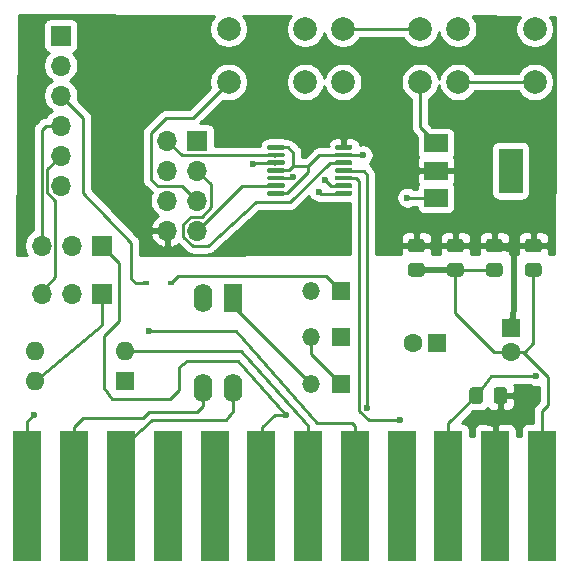
<source format=gbr>
%TF.GenerationSoftware,KiCad,Pcbnew,(5.1.6)-1*%
%TF.CreationDate,2020-09-04T01:33:40+02:00*%
%TF.ProjectId,c64modem,6336346d-6f64-4656-9d2e-6b696361645f,rev?*%
%TF.SameCoordinates,Original*%
%TF.FileFunction,Copper,L1,Top*%
%TF.FilePolarity,Positive*%
%FSLAX46Y46*%
G04 Gerber Fmt 4.6, Leading zero omitted, Abs format (unit mm)*
G04 Created by KiCad (PCBNEW (5.1.6)-1) date 2020-09-04 01:33:40*
%MOMM*%
%LPD*%
G01*
G04 APERTURE LIST*
%TA.AperFunction,ComponentPad*%
%ADD10O,1.700000X1.700000*%
%TD*%
%TA.AperFunction,ComponentPad*%
%ADD11R,1.700000X1.700000*%
%TD*%
%TA.AperFunction,ComponentPad*%
%ADD12O,1.600000X1.600000*%
%TD*%
%TA.AperFunction,ComponentPad*%
%ADD13R,1.600000X1.600000*%
%TD*%
%TA.AperFunction,SMDPad,CuDef*%
%ADD14R,2.000000X1.500000*%
%TD*%
%TA.AperFunction,SMDPad,CuDef*%
%ADD15R,2.000000X3.800000*%
%TD*%
%TA.AperFunction,ComponentPad*%
%ADD16C,2.000000*%
%TD*%
%TA.AperFunction,ComponentPad*%
%ADD17O,1.500000X1.500000*%
%TD*%
%TA.AperFunction,ComponentPad*%
%ADD18R,1.500000X1.500000*%
%TD*%
%TA.AperFunction,SMDPad,CuDef*%
%ADD19R,0.600000X0.450000*%
%TD*%
%TA.AperFunction,ComponentPad*%
%ADD20O,1.600000X2.400000*%
%TD*%
%TA.AperFunction,ComponentPad*%
%ADD21R,1.600000X2.400000*%
%TD*%
%TA.AperFunction,ComponentPad*%
%ADD22C,1.600000*%
%TD*%
%TA.AperFunction,ConnectorPad*%
%ADD23R,2.350000X11.100000*%
%TD*%
%TA.AperFunction,ConnectorPad*%
%ADD24R,2.350000X11.000000*%
%TD*%
%TA.AperFunction,ViaPad*%
%ADD25C,0.600000*%
%TD*%
%TA.AperFunction,Conductor*%
%ADD26C,0.250000*%
%TD*%
%TA.AperFunction,Conductor*%
%ADD27C,0.500000*%
%TD*%
%TA.AperFunction,Conductor*%
%ADD28C,0.254000*%
%TD*%
G04 APERTURE END LIST*
%TO.P,U1,14*%
%TO.N,VCC*%
%TA.AperFunction,SMDPad,CuDef*%
G36*
G01*
X152747000Y-75605000D02*
X152747000Y-75405000D01*
G75*
G02*
X152847000Y-75305000I100000J0D01*
G01*
X154122000Y-75305000D01*
G75*
G02*
X154222000Y-75405000I0J-100000D01*
G01*
X154222000Y-75605000D01*
G75*
G02*
X154122000Y-75705000I-100000J0D01*
G01*
X152847000Y-75705000D01*
G75*
G02*
X152747000Y-75605000I0J100000D01*
G01*
G37*
%TD.AperFunction*%
%TO.P,U1,13*%
%TO.N,GND*%
%TA.AperFunction,SMDPad,CuDef*%
G36*
G01*
X152747000Y-76255000D02*
X152747000Y-76055000D01*
G75*
G02*
X152847000Y-75955000I100000J0D01*
G01*
X154122000Y-75955000D01*
G75*
G02*
X154222000Y-76055000I0J-100000D01*
G01*
X154222000Y-76255000D01*
G75*
G02*
X154122000Y-76355000I-100000J0D01*
G01*
X152847000Y-76355000D01*
G75*
G02*
X152747000Y-76255000I0J100000D01*
G01*
G37*
%TD.AperFunction*%
%TO.P,U1,12*%
%TO.N,/ESP_DCD*%
%TA.AperFunction,SMDPad,CuDef*%
G36*
G01*
X152747000Y-76905000D02*
X152747000Y-76705000D01*
G75*
G02*
X152847000Y-76605000I100000J0D01*
G01*
X154122000Y-76605000D01*
G75*
G02*
X154222000Y-76705000I0J-100000D01*
G01*
X154222000Y-76905000D01*
G75*
G02*
X154122000Y-77005000I-100000J0D01*
G01*
X152847000Y-77005000D01*
G75*
G02*
X152747000Y-76905000I0J100000D01*
G01*
G37*
%TD.AperFunction*%
%TO.P,U1,11*%
%TO.N,/C64_DCD*%
%TA.AperFunction,SMDPad,CuDef*%
G36*
G01*
X152747000Y-77555000D02*
X152747000Y-77355000D01*
G75*
G02*
X152847000Y-77255000I100000J0D01*
G01*
X154122000Y-77255000D01*
G75*
G02*
X154222000Y-77355000I0J-100000D01*
G01*
X154222000Y-77555000D01*
G75*
G02*
X154122000Y-77655000I-100000J0D01*
G01*
X152847000Y-77655000D01*
G75*
G02*
X152747000Y-77555000I0J100000D01*
G01*
G37*
%TD.AperFunction*%
%TO.P,U1,10*%
%TO.N,/C64_RTS*%
%TA.AperFunction,SMDPad,CuDef*%
G36*
G01*
X152747000Y-78205000D02*
X152747000Y-78005000D01*
G75*
G02*
X152847000Y-77905000I100000J0D01*
G01*
X154122000Y-77905000D01*
G75*
G02*
X154222000Y-78005000I0J-100000D01*
G01*
X154222000Y-78205000D01*
G75*
G02*
X154122000Y-78305000I-100000J0D01*
G01*
X152847000Y-78305000D01*
G75*
G02*
X152747000Y-78205000I0J100000D01*
G01*
G37*
%TD.AperFunction*%
%TO.P,U1,9*%
%TO.N,GND*%
%TA.AperFunction,SMDPad,CuDef*%
G36*
G01*
X152747000Y-78855000D02*
X152747000Y-78655000D01*
G75*
G02*
X152847000Y-78555000I100000J0D01*
G01*
X154122000Y-78555000D01*
G75*
G02*
X154222000Y-78655000I0J-100000D01*
G01*
X154222000Y-78855000D01*
G75*
G02*
X154122000Y-78955000I-100000J0D01*
G01*
X152847000Y-78955000D01*
G75*
G02*
X152747000Y-78855000I0J100000D01*
G01*
G37*
%TD.AperFunction*%
%TO.P,U1,8*%
%TO.N,Net-(ESP8266-Pad5)*%
%TA.AperFunction,SMDPad,CuDef*%
G36*
G01*
X152747000Y-79505000D02*
X152747000Y-79305000D01*
G75*
G02*
X152847000Y-79205000I100000J0D01*
G01*
X154122000Y-79205000D01*
G75*
G02*
X154222000Y-79305000I0J-100000D01*
G01*
X154222000Y-79505000D01*
G75*
G02*
X154122000Y-79605000I-100000J0D01*
G01*
X152847000Y-79605000D01*
G75*
G02*
X152747000Y-79505000I0J100000D01*
G01*
G37*
%TD.AperFunction*%
%TO.P,U1,7*%
%TO.N,GND*%
%TA.AperFunction,SMDPad,CuDef*%
G36*
G01*
X147022000Y-79505000D02*
X147022000Y-79305000D01*
G75*
G02*
X147122000Y-79205000I100000J0D01*
G01*
X148397000Y-79205000D01*
G75*
G02*
X148497000Y-79305000I0J-100000D01*
G01*
X148497000Y-79505000D01*
G75*
G02*
X148397000Y-79605000I-100000J0D01*
G01*
X147122000Y-79605000D01*
G75*
G02*
X147022000Y-79505000I0J100000D01*
G01*
G37*
%TD.AperFunction*%
%TO.P,U1,6*%
%TO.N,/ESP_RX*%
%TA.AperFunction,SMDPad,CuDef*%
G36*
G01*
X147022000Y-78855000D02*
X147022000Y-78655000D01*
G75*
G02*
X147122000Y-78555000I100000J0D01*
G01*
X148397000Y-78555000D01*
G75*
G02*
X148497000Y-78655000I0J-100000D01*
G01*
X148497000Y-78855000D01*
G75*
G02*
X148397000Y-78955000I-100000J0D01*
G01*
X147122000Y-78955000D01*
G75*
G02*
X147022000Y-78855000I0J100000D01*
G01*
G37*
%TD.AperFunction*%
%TO.P,U1,5*%
%TO.N,/TX*%
%TA.AperFunction,SMDPad,CuDef*%
G36*
G01*
X147022000Y-78205000D02*
X147022000Y-78005000D01*
G75*
G02*
X147122000Y-77905000I100000J0D01*
G01*
X148397000Y-77905000D01*
G75*
G02*
X148497000Y-78005000I0J-100000D01*
G01*
X148497000Y-78205000D01*
G75*
G02*
X148397000Y-78305000I-100000J0D01*
G01*
X147122000Y-78305000D01*
G75*
G02*
X147022000Y-78205000I0J100000D01*
G01*
G37*
%TD.AperFunction*%
%TO.P,U1,4*%
%TO.N,GND*%
%TA.AperFunction,SMDPad,CuDef*%
G36*
G01*
X147022000Y-77555000D02*
X147022000Y-77355000D01*
G75*
G02*
X147122000Y-77255000I100000J0D01*
G01*
X148397000Y-77255000D01*
G75*
G02*
X148497000Y-77355000I0J-100000D01*
G01*
X148497000Y-77555000D01*
G75*
G02*
X148397000Y-77655000I-100000J0D01*
G01*
X147122000Y-77655000D01*
G75*
G02*
X147022000Y-77555000I0J100000D01*
G01*
G37*
%TD.AperFunction*%
%TO.P,U1,3*%
%TO.N,/RX*%
%TA.AperFunction,SMDPad,CuDef*%
G36*
G01*
X147022000Y-76905000D02*
X147022000Y-76705000D01*
G75*
G02*
X147122000Y-76605000I100000J0D01*
G01*
X148397000Y-76605000D01*
G75*
G02*
X148497000Y-76705000I0J-100000D01*
G01*
X148497000Y-76905000D01*
G75*
G02*
X148397000Y-77005000I-100000J0D01*
G01*
X147122000Y-77005000D01*
G75*
G02*
X147022000Y-76905000I0J100000D01*
G01*
G37*
%TD.AperFunction*%
%TO.P,U1,2*%
%TO.N,/ESP_TX*%
%TA.AperFunction,SMDPad,CuDef*%
G36*
G01*
X147022000Y-76255000D02*
X147022000Y-76055000D01*
G75*
G02*
X147122000Y-75955000I100000J0D01*
G01*
X148397000Y-75955000D01*
G75*
G02*
X148497000Y-76055000I0J-100000D01*
G01*
X148497000Y-76255000D01*
G75*
G02*
X148397000Y-76355000I-100000J0D01*
G01*
X147122000Y-76355000D01*
G75*
G02*
X147022000Y-76255000I0J100000D01*
G01*
G37*
%TD.AperFunction*%
%TO.P,U1,1*%
%TO.N,GND*%
%TA.AperFunction,SMDPad,CuDef*%
G36*
G01*
X147022000Y-75605000D02*
X147022000Y-75405000D01*
G75*
G02*
X147122000Y-75305000I100000J0D01*
G01*
X148397000Y-75305000D01*
G75*
G02*
X148497000Y-75405000I0J-100000D01*
G01*
X148497000Y-75605000D01*
G75*
G02*
X148397000Y-75705000I-100000J0D01*
G01*
X147122000Y-75705000D01*
G75*
G02*
X147022000Y-75605000I0J100000D01*
G01*
G37*
%TD.AperFunction*%
%TD*%
D10*
%TO.P,ESP8266,8*%
%TO.N,VCC*%
X138557000Y-82550000D03*
%TO.P,ESP8266,7*%
%TO.N,/ESP_RX*%
X141097000Y-82550000D03*
%TO.P,ESP8266,6*%
%TO.N,/~ESP_RST*%
X138557000Y-80010000D03*
%TO.P,ESP8266,5*%
%TO.N,Net-(ESP8266-Pad5)*%
X141097000Y-80010000D03*
%TO.P,ESP8266,4*%
%TO.N,Net-(ESP8266-Pad4)*%
X138557000Y-77470000D03*
%TO.P,ESP8266,3*%
%TO.N,/ESP_DCD*%
X141097000Y-77470000D03*
%TO.P,ESP8266,2*%
%TO.N,/ESP_TX*%
X138557000Y-74930000D03*
D11*
%TO.P,ESP8266,1*%
%TO.N,GND*%
X141097000Y-74930000D03*
%TD*%
D12*
%TO.P,SW1,4*%
%TO.N,/C64_TX*%
X127317500Y-95250000D03*
%TO.P,SW1,2*%
%TO.N,/SP2*%
X134937500Y-92710000D03*
%TO.P,SW1,3*%
%TO.N,/C64_DSR*%
X127317500Y-92710000D03*
D13*
%TO.P,SW1,1*%
%TO.N,/SP1*%
X134937500Y-95250000D03*
%TD*%
D14*
%TO.P,U2,1*%
%TO.N,GND*%
X161315000Y-75170000D03*
%TO.P,U2,3*%
%TO.N,Net-(C3-Pad1)*%
X161315000Y-79770000D03*
%TO.P,U2,2*%
%TO.N,VCC*%
X161315000Y-77470000D03*
D15*
%TO.P,U2,4*%
%TO.N,N/C*%
X167615000Y-77470000D03*
%TD*%
D16*
%TO.P,SW4,1*%
%TO.N,Net-(ESP8266-Pad5)*%
X143741000Y-69977000D03*
%TO.P,SW4,2*%
%TO.N,GND*%
X143741000Y-65477000D03*
%TO.P,SW4,1*%
%TO.N,Net-(ESP8266-Pad5)*%
X150241000Y-69977000D03*
%TO.P,SW4,2*%
%TO.N,GND*%
X150241000Y-65477000D03*
%TD*%
%TO.P,SW3,1*%
%TO.N,/RST#*%
X163172000Y-69977000D03*
%TO.P,SW3,2*%
%TO.N,GND*%
X163172000Y-65477000D03*
%TO.P,SW3,1*%
%TO.N,/RST#*%
X169672000Y-69977000D03*
%TO.P,SW3,2*%
%TO.N,GND*%
X169672000Y-65477000D03*
%TD*%
%TO.P,SW2,1*%
%TO.N,GND*%
X153443800Y-69977000D03*
%TO.P,SW2,2*%
%TO.N,/~ESP_RST*%
X153443800Y-65477000D03*
%TO.P,SW2,1*%
%TO.N,GND*%
X159943800Y-69977000D03*
%TO.P,SW2,2*%
%TO.N,/~ESP_RST*%
X159943800Y-65477000D03*
%TD*%
%TO.P,R1,2*%
%TO.N,+5V*%
%TA.AperFunction,SMDPad,CuDef*%
G36*
G01*
X166185000Y-96970001D02*
X166185000Y-96069999D01*
G75*
G02*
X166434999Y-95820000I249999J0D01*
G01*
X167085001Y-95820000D01*
G75*
G02*
X167335000Y-96069999I0J-249999D01*
G01*
X167335000Y-96970001D01*
G75*
G02*
X167085001Y-97220000I-249999J0D01*
G01*
X166434999Y-97220000D01*
G75*
G02*
X166185000Y-96970001I0J249999D01*
G01*
G37*
%TD.AperFunction*%
%TO.P,R1,1*%
%TO.N,/RST#*%
%TA.AperFunction,SMDPad,CuDef*%
G36*
G01*
X164135000Y-96970001D02*
X164135000Y-96069999D01*
G75*
G02*
X164384999Y-95820000I249999J0D01*
G01*
X165035001Y-95820000D01*
G75*
G02*
X165285000Y-96069999I0J-249999D01*
G01*
X165285000Y-96970001D01*
G75*
G02*
X165035001Y-97220000I-249999J0D01*
G01*
X164384999Y-97220000D01*
G75*
G02*
X164135000Y-96970001I0J249999D01*
G01*
G37*
%TD.AperFunction*%
%TD*%
D10*
%TO.P,JP2,3*%
%TO.N,/FTDI_RX*%
X127914400Y-83820000D03*
%TO.P,JP2,2*%
%TO.N,/RX*%
X130454400Y-83820000D03*
D11*
%TO.P,JP2,1*%
%TO.N,/C64_RX*%
X132994400Y-83820000D03*
%TD*%
D10*
%TO.P,JP1,3*%
%TO.N,/FTDI_TX*%
X127914400Y-87884000D03*
%TO.P,JP1,2*%
%TO.N,/TX*%
X130454400Y-87884000D03*
D11*
%TO.P,JP1,1*%
%TO.N,/C64_TX*%
X132994400Y-87884000D03*
%TD*%
D10*
%TO.P,J1,6*%
%TO.N,N/C*%
X129540000Y-78740000D03*
%TO.P,J1,5*%
%TO.N,/FTDI_TX*%
X129540000Y-76200000D03*
%TO.P,J1,4*%
%TO.N,/FTDI_RX*%
X129540000Y-73660000D03*
%TO.P,J1,3*%
%TO.N,FTDI_PWR*%
X129540000Y-71120000D03*
%TO.P,J1,2*%
%TO.N,N/C*%
X129540000Y-68580000D03*
D11*
%TO.P,J1,1*%
%TO.N,GND*%
X129540000Y-66040000D03*
%TD*%
D17*
%TO.P,D5,2*%
%TO.N,Net-(D3-Pad1)*%
X150698200Y-87630000D03*
D18*
%TO.P,D5,1*%
%TO.N,Net-(C3-Pad1)*%
X153238200Y-87630000D03*
%TD*%
D19*
%TO.P,D4,2*%
%TO.N,FTDI_PWR*%
X136745000Y-86995000D03*
%TO.P,D4,1*%
%TO.N,Net-(C3-Pad1)*%
X138845000Y-86995000D03*
%TD*%
D17*
%TO.P,D3,2*%
%TO.N,Net-(D2-Pad1)*%
X150698200Y-91541600D03*
D18*
%TO.P,D3,1*%
%TO.N,Net-(D3-Pad1)*%
X153238200Y-91541600D03*
%TD*%
D17*
%TO.P,D2,2*%
%TO.N,Net-(D1-Pad1)*%
X150698200Y-95504000D03*
D18*
%TO.P,D2,1*%
%TO.N,Net-(D2-Pad1)*%
X153238200Y-95504000D03*
%TD*%
D20*
%TO.P,D1,4*%
%TO.N,9VAC2*%
X144145000Y-95885000D03*
%TO.P,D1,2*%
%TO.N,GND*%
X141605000Y-88265000D03*
%TO.P,D1,3*%
%TO.N,9VAC1*%
X141605000Y-95885000D03*
D21*
%TO.P,D1,1*%
%TO.N,Net-(D1-Pad1)*%
X144145000Y-88265000D03*
%TD*%
%TO.P,C7,2*%
%TO.N,GND*%
%TA.AperFunction,SMDPad,CuDef*%
G36*
G01*
X165792999Y-85295000D02*
X166693001Y-85295000D01*
G75*
G02*
X166943000Y-85544999I0J-249999D01*
G01*
X166943000Y-86195001D01*
G75*
G02*
X166693001Y-86445000I-249999J0D01*
G01*
X165792999Y-86445000D01*
G75*
G02*
X165543000Y-86195001I0J249999D01*
G01*
X165543000Y-85544999D01*
G75*
G02*
X165792999Y-85295000I249999J0D01*
G01*
G37*
%TD.AperFunction*%
%TO.P,C7,1*%
%TO.N,VCC*%
%TA.AperFunction,SMDPad,CuDef*%
G36*
G01*
X165792999Y-83245000D02*
X166693001Y-83245000D01*
G75*
G02*
X166943000Y-83494999I0J-249999D01*
G01*
X166943000Y-84145001D01*
G75*
G02*
X166693001Y-84395000I-249999J0D01*
G01*
X165792999Y-84395000D01*
G75*
G02*
X165543000Y-84145001I0J249999D01*
G01*
X165543000Y-83494999D01*
G75*
G02*
X165792999Y-83245000I249999J0D01*
G01*
G37*
%TD.AperFunction*%
%TD*%
D22*
%TO.P,C6,2*%
%TO.N,GND*%
X167640000Y-92805000D03*
D13*
%TO.P,C6,1*%
%TO.N,VCC*%
X167640000Y-90805000D03*
%TD*%
%TO.P,C5,2*%
%TO.N,GND*%
%TA.AperFunction,SMDPad,CuDef*%
G36*
G01*
X159188999Y-85295000D02*
X160089001Y-85295000D01*
G75*
G02*
X160339000Y-85544999I0J-249999D01*
G01*
X160339000Y-86195001D01*
G75*
G02*
X160089001Y-86445000I-249999J0D01*
G01*
X159188999Y-86445000D01*
G75*
G02*
X158939000Y-86195001I0J249999D01*
G01*
X158939000Y-85544999D01*
G75*
G02*
X159188999Y-85295000I249999J0D01*
G01*
G37*
%TD.AperFunction*%
%TO.P,C5,1*%
%TO.N,VCC*%
%TA.AperFunction,SMDPad,CuDef*%
G36*
G01*
X159188999Y-83245000D02*
X160089001Y-83245000D01*
G75*
G02*
X160339000Y-83494999I0J-249999D01*
G01*
X160339000Y-84145001D01*
G75*
G02*
X160089001Y-84395000I-249999J0D01*
G01*
X159188999Y-84395000D01*
G75*
G02*
X158939000Y-84145001I0J249999D01*
G01*
X158939000Y-83494999D01*
G75*
G02*
X159188999Y-83245000I249999J0D01*
G01*
G37*
%TD.AperFunction*%
%TD*%
D22*
%TO.P,C3,2*%
%TO.N,GND*%
X159385000Y-92075000D03*
D13*
%TO.P,C3,1*%
%TO.N,Net-(C3-Pad1)*%
X161385000Y-92075000D03*
%TD*%
%TO.P,C2,2*%
%TO.N,GND*%
%TA.AperFunction,SMDPad,CuDef*%
G36*
G01*
X162490999Y-85295000D02*
X163391001Y-85295000D01*
G75*
G02*
X163641000Y-85544999I0J-249999D01*
G01*
X163641000Y-86195001D01*
G75*
G02*
X163391001Y-86445000I-249999J0D01*
G01*
X162490999Y-86445000D01*
G75*
G02*
X162241000Y-86195001I0J249999D01*
G01*
X162241000Y-85544999D01*
G75*
G02*
X162490999Y-85295000I249999J0D01*
G01*
G37*
%TD.AperFunction*%
%TO.P,C2,1*%
%TO.N,VCC*%
%TA.AperFunction,SMDPad,CuDef*%
G36*
G01*
X162490999Y-83245000D02*
X163391001Y-83245000D01*
G75*
G02*
X163641000Y-83494999I0J-249999D01*
G01*
X163641000Y-84145001D01*
G75*
G02*
X163391001Y-84395000I-249999J0D01*
G01*
X162490999Y-84395000D01*
G75*
G02*
X162241000Y-84145001I0J249999D01*
G01*
X162241000Y-83494999D01*
G75*
G02*
X162490999Y-83245000I249999J0D01*
G01*
G37*
%TD.AperFunction*%
%TD*%
%TO.P,C1,2*%
%TO.N,VCC*%
%TA.AperFunction,SMDPad,CuDef*%
G36*
G01*
X169995001Y-84395000D02*
X169094999Y-84395000D01*
G75*
G02*
X168845000Y-84145001I0J249999D01*
G01*
X168845000Y-83494999D01*
G75*
G02*
X169094999Y-83245000I249999J0D01*
G01*
X169995001Y-83245000D01*
G75*
G02*
X170245000Y-83494999I0J-249999D01*
G01*
X170245000Y-84145001D01*
G75*
G02*
X169995001Y-84395000I-249999J0D01*
G01*
G37*
%TD.AperFunction*%
%TO.P,C1,1*%
%TO.N,GND*%
%TA.AperFunction,SMDPad,CuDef*%
G36*
G01*
X169995001Y-86445000D02*
X169094999Y-86445000D01*
G75*
G02*
X168845000Y-86195001I0J249999D01*
G01*
X168845000Y-85544999D01*
G75*
G02*
X169094999Y-85295000I249999J0D01*
G01*
X169995001Y-85295000D01*
G75*
G02*
X170245000Y-85544999I0J-249999D01*
G01*
X170245000Y-86195001D01*
G75*
G02*
X169995001Y-86445000I-249999J0D01*
G01*
G37*
%TD.AperFunction*%
%TD*%
D23*
%TO.P,CN1,12*%
%TO.N,GND*%
X126716100Y-105003600D03*
%TO.P,CN1,11*%
%TO.N,9VAC1*%
X130676100Y-105003600D03*
%TO.P,CN1,10*%
%TO.N,9VAC2*%
X134636100Y-105003600D03*
D24*
%TO.P,CN1,9*%
%TO.N,N/C*%
X138596100Y-105003600D03*
D23*
%TO.P,CN1,8*%
X142556100Y-105003600D03*
%TO.P,CN1,7*%
%TO.N,/C64_RX*%
X146516100Y-105003600D03*
%TO.P,CN1,6*%
%TO.N,/SP2*%
X150476100Y-105003600D03*
%TO.P,CN1,5*%
%TO.N,/SP1*%
X154436100Y-105003600D03*
%TO.P,CN1,4*%
%TO.N,N/C*%
X158396100Y-105003600D03*
%TO.P,CN1,3*%
%TO.N,/RST#*%
X162356100Y-105003600D03*
%TO.P,CN1,2*%
%TO.N,+5V*%
X166316100Y-105003600D03*
%TO.P,CN1,1*%
%TO.N,GND*%
X170276100Y-105003600D03*
%TD*%
D25*
%TO.N,GND*%
X151892000Y-78232000D03*
X127254000Y-98171000D03*
X155097000Y-76170000D03*
%TO.N,VCC*%
X138938000Y-66421000D03*
%TO.N,/C64_RX*%
X148590000Y-98171000D03*
%TO.N,/SP1*%
X137033000Y-91059000D03*
%TO.N,/RST#*%
X169799000Y-94869000D03*
%TO.N,+5V*%
X164719000Y-98552000D03*
%TO.N,/C64_DCD*%
X155448000Y-97536000D03*
%TO.N,/C64_RTS*%
X158242000Y-98615500D03*
%TO.N,/TX*%
X149225000Y-77978000D03*
%TO.N,Net-(ESP8266-Pad5)*%
X151384000Y-79248000D03*
%TO.N,/RX*%
X145825853Y-76954942D03*
%TO.N,Net-(C3-Pad1)*%
X158877000Y-79756000D03*
%TD*%
D26*
%TO.N,GND*%
X153357500Y-78770000D02*
X152430000Y-78770000D01*
X152430000Y-78770000D02*
X151892000Y-78232000D01*
X126716100Y-105003600D02*
X126716100Y-98708900D01*
X126716100Y-98708900D02*
X127254000Y-98171000D01*
X155097000Y-76170000D02*
X153357500Y-76170000D01*
X159943800Y-73798800D02*
X161315000Y-75170000D01*
X159943800Y-69977000D02*
X159943800Y-73798800D01*
D27*
X159639000Y-85870000D02*
X162941000Y-85870000D01*
D26*
X170276100Y-105003600D02*
X170276100Y-97820900D01*
X170276100Y-97820900D02*
X170815000Y-97282000D01*
X170815000Y-94959998D02*
X168660002Y-92805000D01*
X168660002Y-92805000D02*
X167640000Y-92805000D01*
X170815000Y-97282000D02*
X170815000Y-94959998D01*
X147759500Y-75505000D02*
X148784000Y-75505000D01*
X148784000Y-75505000D02*
X149225000Y-75946000D01*
X149225000Y-75946000D02*
X149225000Y-77089000D01*
X148859000Y-77455000D02*
X147759500Y-77455000D01*
X149225000Y-77089000D02*
X148859000Y-77455000D01*
X149225000Y-77089000D02*
X150495000Y-77089000D01*
X151429000Y-76155000D02*
X153484500Y-76155000D01*
X150495000Y-77089000D02*
X151429000Y-76155000D01*
X148723002Y-79405000D02*
X150495000Y-77633002D01*
X150495000Y-77633002D02*
X150495000Y-77089000D01*
X147759500Y-79405000D02*
X148723002Y-79405000D01*
X167640000Y-92805000D02*
X168815000Y-92805000D01*
X169545000Y-92075000D02*
X169545000Y-85870000D01*
X168815000Y-92805000D02*
X169545000Y-92075000D01*
X162941000Y-85870000D02*
X166243000Y-85870000D01*
X162941000Y-85870000D02*
X162941000Y-89535000D01*
X166211000Y-92805000D02*
X167640000Y-92805000D01*
X162941000Y-89535000D02*
X166211000Y-92805000D01*
D27*
%TO.N,VCC*%
X167894000Y-89154000D02*
X167640000Y-90805000D01*
X166243000Y-83820000D02*
X167894000Y-84201000D01*
X167894000Y-84201000D02*
X167894000Y-89154000D01*
D26*
X153484500Y-75505000D02*
X153484500Y-74861500D01*
X153484500Y-74861500D02*
X153924000Y-74422000D01*
X153924000Y-74422000D02*
X156591000Y-74422000D01*
X159639000Y-77470000D02*
X161315000Y-77470000D01*
X156591000Y-74422000D02*
X159639000Y-77470000D01*
%TO.N,9VAC1*%
X141605000Y-97409000D02*
X141605000Y-95885000D01*
X130676100Y-99203600D02*
X131454700Y-98425000D01*
X130676100Y-105003600D02*
X130676100Y-99203600D01*
X131454700Y-98425000D02*
X136523590Y-98425000D01*
X136523590Y-98425000D02*
X137032295Y-97916295D01*
X141097000Y-97917000D02*
X141605000Y-97409000D01*
X137032295Y-97916295D02*
X141097000Y-97917000D01*
%TO.N,9VAC2*%
X144145000Y-97790000D02*
X144145000Y-95885000D01*
X143510000Y-98552000D02*
X144145000Y-97790000D01*
X137287000Y-98552000D02*
X143510000Y-98552000D01*
X134636100Y-105003600D02*
X134636100Y-100948900D01*
X134636100Y-100948900D02*
X137287000Y-98552000D01*
%TO.N,/C64_RX*%
X146558000Y-99187000D02*
X146516100Y-105003600D01*
X148590000Y-98171000D02*
X147701000Y-98171000D01*
X147701000Y-98171000D02*
X146558000Y-99187000D01*
X134493000Y-90170000D02*
X134493000Y-85318600D01*
X133223000Y-95885000D02*
X133223000Y-91440000D01*
X133877499Y-96774000D02*
X133223000Y-95885000D01*
X133223000Y-91440000D02*
X134493000Y-90170000D01*
X138811000Y-96774000D02*
X133877499Y-96774000D01*
X144526000Y-93599000D02*
X140208000Y-93599000D01*
X148590000Y-98171000D02*
X144526000Y-93599000D01*
X140208000Y-93599000D02*
X139573000Y-94107000D01*
X139573000Y-94107000D02*
X139573000Y-96012000D01*
X134493000Y-85318600D02*
X132994400Y-83820000D01*
X139573000Y-96012000D02*
X138811000Y-96774000D01*
%TO.N,/SP2*%
X150114000Y-98679000D02*
X144780000Y-92710000D01*
X150476100Y-105003600D02*
X150495000Y-99060000D01*
X144780000Y-92710000D02*
X134620000Y-92710000D01*
X150495000Y-99060000D02*
X150114000Y-98679000D01*
%TO.N,/SP1*%
X144399000Y-91059000D02*
X137033000Y-91059000D01*
X154436100Y-101159600D02*
X154432000Y-99060000D01*
X154436100Y-105003600D02*
X154436100Y-101159600D01*
X154178000Y-98806000D02*
X151257000Y-98806000D01*
X154432000Y-99060000D02*
X154178000Y-98806000D01*
X151257000Y-98806000D02*
X144399000Y-91059000D01*
%TO.N,/RST#*%
X162356100Y-98873900D02*
X164710000Y-96520000D01*
X162356100Y-105003600D02*
X162356100Y-98873900D01*
X169672000Y-69977000D02*
X163172000Y-69977000D01*
X169799000Y-94869000D02*
X165989000Y-94869000D01*
X165989000Y-94869000D02*
X164710000Y-96520000D01*
%TO.N,+5V*%
X166760000Y-98670000D02*
X166760000Y-96520000D01*
X166316100Y-105003600D02*
X166316100Y-99113900D01*
X166316100Y-99113900D02*
X166760000Y-98670000D01*
X164719000Y-98552000D02*
X166316100Y-99113900D01*
%TO.N,/C64_TX*%
X132994400Y-90525600D02*
X132994400Y-87630000D01*
X127317500Y-95250000D02*
X132994400Y-90525600D01*
%TO.N,/C64_DCD*%
X155194000Y-77470000D02*
X153357500Y-77470000D01*
X155448000Y-97536000D02*
X155448000Y-77851000D01*
X155448000Y-77851000D02*
X155194000Y-77470000D01*
%TO.N,/C64_RTS*%
X154813000Y-78359000D02*
X154813000Y-85090000D01*
X153484500Y-78105000D02*
X154559000Y-78105000D01*
X154559000Y-78105000D02*
X154813000Y-78359000D01*
X158242000Y-98615500D02*
X155638500Y-98615500D01*
X154822999Y-85099999D02*
X154813000Y-85090000D01*
X154822999Y-97799999D02*
X154822999Y-85099999D01*
X155638500Y-98615500D02*
X154822999Y-97799999D01*
%TO.N,Net-(D1-Pad1)*%
X144145000Y-88950800D02*
X150698200Y-95504000D01*
X144145000Y-88265000D02*
X144145000Y-88950800D01*
%TO.N,FTDI_PWR*%
X131445000Y-73025000D02*
X129540000Y-71120000D01*
X135890000Y-86995000D02*
X135509000Y-86614000D01*
X136745000Y-86995000D02*
X135890000Y-86995000D01*
X135509000Y-86614000D02*
X135509000Y-83566000D01*
X135509000Y-83566000D02*
X131445000Y-79375000D01*
X131445000Y-79375000D02*
X131445000Y-73025000D01*
%TO.N,/FTDI_RX*%
X129540000Y-73660000D02*
X128270000Y-73660000D01*
X128270000Y-73660000D02*
X127914400Y-74015600D01*
X127914400Y-74015600D02*
X127914400Y-83820000D01*
%TO.N,/FTDI_TX*%
X129089401Y-86454999D02*
X127914400Y-87630000D01*
X129540000Y-76200000D02*
X128364410Y-77375590D01*
X128364410Y-79303412D02*
X128364410Y-77375590D01*
X129089401Y-86454999D02*
X129089401Y-80028403D01*
X129089401Y-80028403D02*
X128364410Y-79303412D01*
%TO.N,/ESP_TX*%
X147602500Y-76200000D02*
X147632500Y-76170000D01*
X139782000Y-76155000D02*
X138557000Y-74930000D01*
X147759500Y-76155000D02*
X139782000Y-76155000D01*
%TO.N,/ESP_RX*%
X144892000Y-78755000D02*
X141097000Y-82550000D01*
X147759500Y-78755000D02*
X144892000Y-78755000D01*
%TO.N,/TX*%
X149034500Y-78105000D02*
X147759500Y-78105000D01*
X149225000Y-77978000D02*
X149034500Y-78105000D01*
%TO.N,Net-(ESP8266-Pad5)*%
X151556000Y-79420000D02*
X153357500Y-79420000D01*
X151384000Y-79248000D02*
X151556000Y-79420000D01*
%TO.N,/RX*%
X147554000Y-76898500D02*
X147632500Y-76820000D01*
X145960795Y-76820000D02*
X147632500Y-76820000D01*
X145825853Y-76954942D02*
X145960795Y-76820000D01*
%TO.N,Net-(C3-Pad1)*%
X138845000Y-86995000D02*
X139480000Y-86360000D01*
X151968200Y-86360000D02*
X153238200Y-87630000D01*
X139480000Y-86360000D02*
X151968200Y-86360000D01*
X153238200Y-87630000D02*
X153455000Y-87630000D01*
X158877000Y-79756000D02*
X161315000Y-79770000D01*
%TO.N,Net-(D2-Pad1)*%
X150698200Y-92964000D02*
X153238200Y-95504000D01*
X150698200Y-91541600D02*
X150698200Y-92964000D01*
%TO.N,/~ESP_RST*%
X153443800Y-65477000D02*
X159943800Y-65477000D01*
%TO.N,Net-(ESP8266-Pad5)*%
X137795000Y-78740000D02*
X139827000Y-78740000D01*
X140693000Y-73025000D02*
X138430000Y-73025000D01*
X143741000Y-69977000D02*
X140693000Y-73025000D01*
X138430000Y-73025000D02*
X137160000Y-74295000D01*
X139827000Y-78740000D02*
X141097000Y-80010000D01*
X137160000Y-74295000D02*
X137160000Y-78232000D01*
X137160000Y-78232000D02*
X137795000Y-78740000D01*
%TO.N,/ESP_DCD*%
X142272001Y-78645001D02*
X141097000Y-77470000D01*
X141986000Y-83820000D02*
X140716000Y-83820000D01*
X146050000Y-80137000D02*
X141986000Y-83820000D01*
X152303000Y-76805000D02*
X148971000Y-80137000D01*
X139921999Y-81985999D02*
X140532999Y-81374999D01*
X148971000Y-80137000D02*
X146050000Y-80137000D01*
X140716000Y-83820000D02*
X139921999Y-83114001D01*
X153484500Y-76805000D02*
X152303000Y-76805000D01*
X139921999Y-83114001D02*
X139921999Y-81985999D01*
X140532999Y-81374999D02*
X141471003Y-81374999D01*
X141471003Y-81374999D02*
X142272001Y-80574001D01*
X142272001Y-80574001D02*
X142272001Y-78645001D01*
%TD*%
D28*
%TO.N,+5V*%
G36*
X169356111Y-95697586D02*
G01*
X169526271Y-95768068D01*
X169706911Y-95804000D01*
X169891089Y-95804000D01*
X170055001Y-95771396D01*
X170055000Y-96967198D01*
X169765098Y-97257101D01*
X169736100Y-97280899D01*
X169712302Y-97309897D01*
X169712301Y-97309898D01*
X169641126Y-97396624D01*
X169570554Y-97528654D01*
X169546728Y-97607201D01*
X169529196Y-97665000D01*
X169527098Y-97671915D01*
X169512424Y-97820900D01*
X169516101Y-97858232D01*
X169516101Y-98815528D01*
X169101100Y-98815528D01*
X168976618Y-98827788D01*
X168856920Y-98864098D01*
X168746606Y-98923063D01*
X168649915Y-99002415D01*
X168570563Y-99099106D01*
X168511598Y-99209420D01*
X168475288Y-99329118D01*
X168463028Y-99453600D01*
X168463028Y-99949000D01*
X168128883Y-99949000D01*
X168129172Y-99453600D01*
X168116912Y-99329118D01*
X168080602Y-99209420D01*
X168021637Y-99099106D01*
X167942285Y-99002415D01*
X167845594Y-98923063D01*
X167735280Y-98864098D01*
X167615582Y-98827788D01*
X167491100Y-98815528D01*
X166601850Y-98818600D01*
X166443100Y-98977350D01*
X166443100Y-99949000D01*
X166189100Y-99949000D01*
X166189100Y-98977350D01*
X166030350Y-98818600D01*
X165141100Y-98815528D01*
X165016618Y-98827788D01*
X164896920Y-98864098D01*
X164786606Y-98923063D01*
X164689915Y-99002415D01*
X164610563Y-99099106D01*
X164551598Y-99209420D01*
X164515288Y-99329118D01*
X164503028Y-99453600D01*
X164503317Y-99949000D01*
X164169172Y-99949000D01*
X164169172Y-99453600D01*
X164156912Y-99329118D01*
X164120602Y-99209420D01*
X164061637Y-99099106D01*
X163982285Y-99002415D01*
X163885594Y-98923063D01*
X163775280Y-98864098D01*
X163655582Y-98827788D01*
X163531100Y-98815528D01*
X163489273Y-98815528D01*
X164446730Y-97858072D01*
X165035001Y-97858072D01*
X165208255Y-97841008D01*
X165374851Y-97790472D01*
X165528387Y-97708405D01*
X165662962Y-97597962D01*
X165668342Y-97591406D01*
X165733815Y-97671185D01*
X165830506Y-97750537D01*
X165940820Y-97809502D01*
X166060518Y-97845812D01*
X166185000Y-97858072D01*
X166474250Y-97855000D01*
X166633000Y-97696250D01*
X166633000Y-96647000D01*
X166887000Y-96647000D01*
X166887000Y-97696250D01*
X167045750Y-97855000D01*
X167335000Y-97858072D01*
X167459482Y-97845812D01*
X167579180Y-97809502D01*
X167689494Y-97750537D01*
X167786185Y-97671185D01*
X167865537Y-97574494D01*
X167924502Y-97464180D01*
X167960812Y-97344482D01*
X167973072Y-97220000D01*
X167970000Y-96805750D01*
X167811250Y-96647000D01*
X166887000Y-96647000D01*
X166633000Y-96647000D01*
X166613000Y-96647000D01*
X166613000Y-96393000D01*
X166633000Y-96393000D01*
X166633000Y-96373000D01*
X166887000Y-96373000D01*
X166887000Y-96393000D01*
X167811250Y-96393000D01*
X167970000Y-96234250D01*
X167973072Y-95820000D01*
X167960812Y-95695518D01*
X167940634Y-95629000D01*
X169253465Y-95629000D01*
X169356111Y-95697586D01*
G37*
X169356111Y-95697586D02*
X169526271Y-95768068D01*
X169706911Y-95804000D01*
X169891089Y-95804000D01*
X170055001Y-95771396D01*
X170055000Y-96967198D01*
X169765098Y-97257101D01*
X169736100Y-97280899D01*
X169712302Y-97309897D01*
X169712301Y-97309898D01*
X169641126Y-97396624D01*
X169570554Y-97528654D01*
X169546728Y-97607201D01*
X169529196Y-97665000D01*
X169527098Y-97671915D01*
X169512424Y-97820900D01*
X169516101Y-97858232D01*
X169516101Y-98815528D01*
X169101100Y-98815528D01*
X168976618Y-98827788D01*
X168856920Y-98864098D01*
X168746606Y-98923063D01*
X168649915Y-99002415D01*
X168570563Y-99099106D01*
X168511598Y-99209420D01*
X168475288Y-99329118D01*
X168463028Y-99453600D01*
X168463028Y-99949000D01*
X168128883Y-99949000D01*
X168129172Y-99453600D01*
X168116912Y-99329118D01*
X168080602Y-99209420D01*
X168021637Y-99099106D01*
X167942285Y-99002415D01*
X167845594Y-98923063D01*
X167735280Y-98864098D01*
X167615582Y-98827788D01*
X167491100Y-98815528D01*
X166601850Y-98818600D01*
X166443100Y-98977350D01*
X166443100Y-99949000D01*
X166189100Y-99949000D01*
X166189100Y-98977350D01*
X166030350Y-98818600D01*
X165141100Y-98815528D01*
X165016618Y-98827788D01*
X164896920Y-98864098D01*
X164786606Y-98923063D01*
X164689915Y-99002415D01*
X164610563Y-99099106D01*
X164551598Y-99209420D01*
X164515288Y-99329118D01*
X164503028Y-99453600D01*
X164503317Y-99949000D01*
X164169172Y-99949000D01*
X164169172Y-99453600D01*
X164156912Y-99329118D01*
X164120602Y-99209420D01*
X164061637Y-99099106D01*
X163982285Y-99002415D01*
X163885594Y-98923063D01*
X163775280Y-98864098D01*
X163655582Y-98827788D01*
X163531100Y-98815528D01*
X163489273Y-98815528D01*
X164446730Y-97858072D01*
X165035001Y-97858072D01*
X165208255Y-97841008D01*
X165374851Y-97790472D01*
X165528387Y-97708405D01*
X165662962Y-97597962D01*
X165668342Y-97591406D01*
X165733815Y-97671185D01*
X165830506Y-97750537D01*
X165940820Y-97809502D01*
X166060518Y-97845812D01*
X166185000Y-97858072D01*
X166474250Y-97855000D01*
X166633000Y-97696250D01*
X166633000Y-96647000D01*
X166887000Y-96647000D01*
X166887000Y-97696250D01*
X167045750Y-97855000D01*
X167335000Y-97858072D01*
X167459482Y-97845812D01*
X167579180Y-97809502D01*
X167689494Y-97750537D01*
X167786185Y-97671185D01*
X167865537Y-97574494D01*
X167924502Y-97464180D01*
X167960812Y-97344482D01*
X167973072Y-97220000D01*
X167970000Y-96805750D01*
X167811250Y-96647000D01*
X166887000Y-96647000D01*
X166633000Y-96647000D01*
X166613000Y-96647000D01*
X166613000Y-96393000D01*
X166633000Y-96393000D01*
X166633000Y-96373000D01*
X166887000Y-96373000D01*
X166887000Y-96393000D01*
X167811250Y-96393000D01*
X167970000Y-96234250D01*
X167973072Y-95820000D01*
X167960812Y-95695518D01*
X167940634Y-95629000D01*
X169253465Y-95629000D01*
X169356111Y-95697586D01*
%TO.N,VCC*%
G36*
X142533163Y-64372598D02*
G01*
X142471013Y-64434748D01*
X142292082Y-64702537D01*
X142168832Y-65000088D01*
X142106000Y-65315967D01*
X142106000Y-65638033D01*
X142168832Y-65953912D01*
X142292082Y-66251463D01*
X142471013Y-66519252D01*
X142698748Y-66746987D01*
X142966537Y-66925918D01*
X143264088Y-67049168D01*
X143579967Y-67112000D01*
X143902033Y-67112000D01*
X144217912Y-67049168D01*
X144515463Y-66925918D01*
X144783252Y-66746987D01*
X145010987Y-66519252D01*
X145189918Y-66251463D01*
X145313168Y-65953912D01*
X145376000Y-65638033D01*
X145376000Y-65315967D01*
X145313168Y-65000088D01*
X145189918Y-64702537D01*
X145010987Y-64434748D01*
X144954217Y-64377978D01*
X149018750Y-64387011D01*
X148971013Y-64434748D01*
X148792082Y-64702537D01*
X148668832Y-65000088D01*
X148606000Y-65315967D01*
X148606000Y-65638033D01*
X148668832Y-65953912D01*
X148792082Y-66251463D01*
X148971013Y-66519252D01*
X149198748Y-66746987D01*
X149466537Y-66925918D01*
X149764088Y-67049168D01*
X150079967Y-67112000D01*
X150402033Y-67112000D01*
X150717912Y-67049168D01*
X151015463Y-66925918D01*
X151283252Y-66746987D01*
X151510987Y-66519252D01*
X151689918Y-66251463D01*
X151813168Y-65953912D01*
X151842400Y-65806952D01*
X151871632Y-65953912D01*
X151994882Y-66251463D01*
X152173813Y-66519252D01*
X152401548Y-66746987D01*
X152669337Y-66925918D01*
X152966888Y-67049168D01*
X153282767Y-67112000D01*
X153604833Y-67112000D01*
X153920712Y-67049168D01*
X154218263Y-66925918D01*
X154486052Y-66746987D01*
X154713787Y-66519252D01*
X154892718Y-66251463D01*
X154898709Y-66237000D01*
X158488891Y-66237000D01*
X158494882Y-66251463D01*
X158673813Y-66519252D01*
X158901548Y-66746987D01*
X159169337Y-66925918D01*
X159466888Y-67049168D01*
X159782767Y-67112000D01*
X160104833Y-67112000D01*
X160420712Y-67049168D01*
X160718263Y-66925918D01*
X160986052Y-66746987D01*
X161213787Y-66519252D01*
X161392718Y-66251463D01*
X161515968Y-65953912D01*
X161557900Y-65743105D01*
X161599832Y-65953912D01*
X161723082Y-66251463D01*
X161902013Y-66519252D01*
X162129748Y-66746987D01*
X162397537Y-66925918D01*
X162695088Y-67049168D01*
X163010967Y-67112000D01*
X163333033Y-67112000D01*
X163648912Y-67049168D01*
X163946463Y-66925918D01*
X164214252Y-66746987D01*
X164441987Y-66519252D01*
X164620918Y-66251463D01*
X164744168Y-65953912D01*
X164807000Y-65638033D01*
X164807000Y-65315967D01*
X164744168Y-65000088D01*
X164620918Y-64702537D01*
X164441987Y-64434748D01*
X164428494Y-64421255D01*
X168406666Y-64430095D01*
X168402013Y-64434748D01*
X168223082Y-64702537D01*
X168099832Y-65000088D01*
X168037000Y-65315967D01*
X168037000Y-65638033D01*
X168099832Y-65953912D01*
X168223082Y-66251463D01*
X168402013Y-66519252D01*
X168629748Y-66746987D01*
X168897537Y-66925918D01*
X169195088Y-67049168D01*
X169510967Y-67112000D01*
X169833033Y-67112000D01*
X170148912Y-67049168D01*
X170446463Y-66925918D01*
X170714252Y-66746987D01*
X170941987Y-66519252D01*
X171120918Y-66251463D01*
X171244168Y-65953912D01*
X171307000Y-65638033D01*
X171307000Y-65315967D01*
X171244168Y-65000088D01*
X171120918Y-64702537D01*
X170942644Y-64435731D01*
X171375001Y-64436691D01*
X171375001Y-74316765D01*
X171323637Y-84518808D01*
X170870681Y-84519914D01*
X170870812Y-84519482D01*
X170883072Y-84395000D01*
X170880000Y-84105750D01*
X170721250Y-83947000D01*
X169672000Y-83947000D01*
X169672000Y-83967000D01*
X169418000Y-83967000D01*
X169418000Y-83947000D01*
X168368750Y-83947000D01*
X168210000Y-84105750D01*
X168206928Y-84395000D01*
X168219188Y-84519482D01*
X168221280Y-84526380D01*
X167566235Y-84527979D01*
X167568812Y-84519482D01*
X167581072Y-84395000D01*
X167578000Y-84105750D01*
X167419250Y-83947000D01*
X166370000Y-83947000D01*
X166370000Y-83967000D01*
X166116000Y-83967000D01*
X166116000Y-83947000D01*
X165066750Y-83947000D01*
X164908000Y-84105750D01*
X164904928Y-84395000D01*
X164917188Y-84519482D01*
X164921723Y-84534433D01*
X164261788Y-84536044D01*
X164266812Y-84519482D01*
X164279072Y-84395000D01*
X164276000Y-84105750D01*
X164117250Y-83947000D01*
X163068000Y-83947000D01*
X163068000Y-83967000D01*
X162814000Y-83967000D01*
X162814000Y-83947000D01*
X161764750Y-83947000D01*
X161606000Y-84105750D01*
X161602928Y-84395000D01*
X161615188Y-84519482D01*
X161622166Y-84542486D01*
X160957342Y-84544109D01*
X160964812Y-84519482D01*
X160977072Y-84395000D01*
X160974000Y-84105750D01*
X160815250Y-83947000D01*
X159766000Y-83947000D01*
X159766000Y-83967000D01*
X159512000Y-83967000D01*
X159512000Y-83947000D01*
X158462750Y-83947000D01*
X158304000Y-84105750D01*
X158300928Y-84395000D01*
X158313188Y-84519482D01*
X158322609Y-84550539D01*
X156208000Y-84555700D01*
X156208000Y-83245000D01*
X158300928Y-83245000D01*
X158304000Y-83534250D01*
X158462750Y-83693000D01*
X159512000Y-83693000D01*
X159512000Y-82768750D01*
X159766000Y-82768750D01*
X159766000Y-83693000D01*
X160815250Y-83693000D01*
X160974000Y-83534250D01*
X160977072Y-83245000D01*
X161602928Y-83245000D01*
X161606000Y-83534250D01*
X161764750Y-83693000D01*
X162814000Y-83693000D01*
X162814000Y-82768750D01*
X163068000Y-82768750D01*
X163068000Y-83693000D01*
X164117250Y-83693000D01*
X164276000Y-83534250D01*
X164279072Y-83245000D01*
X164904928Y-83245000D01*
X164908000Y-83534250D01*
X165066750Y-83693000D01*
X166116000Y-83693000D01*
X166116000Y-82768750D01*
X166370000Y-82768750D01*
X166370000Y-83693000D01*
X167419250Y-83693000D01*
X167578000Y-83534250D01*
X167581072Y-83245000D01*
X168206928Y-83245000D01*
X168210000Y-83534250D01*
X168368750Y-83693000D01*
X169418000Y-83693000D01*
X169418000Y-82768750D01*
X169672000Y-82768750D01*
X169672000Y-83693000D01*
X170721250Y-83693000D01*
X170880000Y-83534250D01*
X170883072Y-83245000D01*
X170870812Y-83120518D01*
X170834502Y-83000820D01*
X170775537Y-82890506D01*
X170696185Y-82793815D01*
X170599494Y-82714463D01*
X170489180Y-82655498D01*
X170369482Y-82619188D01*
X170245000Y-82606928D01*
X169830750Y-82610000D01*
X169672000Y-82768750D01*
X169418000Y-82768750D01*
X169259250Y-82610000D01*
X168845000Y-82606928D01*
X168720518Y-82619188D01*
X168600820Y-82655498D01*
X168490506Y-82714463D01*
X168393815Y-82793815D01*
X168314463Y-82890506D01*
X168255498Y-83000820D01*
X168219188Y-83120518D01*
X168206928Y-83245000D01*
X167581072Y-83245000D01*
X167568812Y-83120518D01*
X167532502Y-83000820D01*
X167473537Y-82890506D01*
X167394185Y-82793815D01*
X167297494Y-82714463D01*
X167187180Y-82655498D01*
X167067482Y-82619188D01*
X166943000Y-82606928D01*
X166528750Y-82610000D01*
X166370000Y-82768750D01*
X166116000Y-82768750D01*
X165957250Y-82610000D01*
X165543000Y-82606928D01*
X165418518Y-82619188D01*
X165298820Y-82655498D01*
X165188506Y-82714463D01*
X165091815Y-82793815D01*
X165012463Y-82890506D01*
X164953498Y-83000820D01*
X164917188Y-83120518D01*
X164904928Y-83245000D01*
X164279072Y-83245000D01*
X164266812Y-83120518D01*
X164230502Y-83000820D01*
X164171537Y-82890506D01*
X164092185Y-82793815D01*
X163995494Y-82714463D01*
X163885180Y-82655498D01*
X163765482Y-82619188D01*
X163641000Y-82606928D01*
X163226750Y-82610000D01*
X163068000Y-82768750D01*
X162814000Y-82768750D01*
X162655250Y-82610000D01*
X162241000Y-82606928D01*
X162116518Y-82619188D01*
X161996820Y-82655498D01*
X161886506Y-82714463D01*
X161789815Y-82793815D01*
X161710463Y-82890506D01*
X161651498Y-83000820D01*
X161615188Y-83120518D01*
X161602928Y-83245000D01*
X160977072Y-83245000D01*
X160964812Y-83120518D01*
X160928502Y-83000820D01*
X160869537Y-82890506D01*
X160790185Y-82793815D01*
X160693494Y-82714463D01*
X160583180Y-82655498D01*
X160463482Y-82619188D01*
X160339000Y-82606928D01*
X159924750Y-82610000D01*
X159766000Y-82768750D01*
X159512000Y-82768750D01*
X159353250Y-82610000D01*
X158939000Y-82606928D01*
X158814518Y-82619188D01*
X158694820Y-82655498D01*
X158584506Y-82714463D01*
X158487815Y-82793815D01*
X158408463Y-82890506D01*
X158349498Y-83000820D01*
X158313188Y-83120518D01*
X158300928Y-83245000D01*
X156208000Y-83245000D01*
X156208000Y-79663911D01*
X157942000Y-79663911D01*
X157942000Y-79848089D01*
X157977932Y-80028729D01*
X158048414Y-80198889D01*
X158150738Y-80352028D01*
X158280972Y-80482262D01*
X158434111Y-80584586D01*
X158604271Y-80655068D01*
X158784911Y-80691000D01*
X158969089Y-80691000D01*
X159149729Y-80655068D01*
X159319889Y-80584586D01*
X159417869Y-80519118D01*
X159676988Y-80520606D01*
X159689188Y-80644482D01*
X159725498Y-80764180D01*
X159784463Y-80874494D01*
X159863815Y-80971185D01*
X159960506Y-81050537D01*
X160070820Y-81109502D01*
X160190518Y-81145812D01*
X160315000Y-81158072D01*
X162315000Y-81158072D01*
X162439482Y-81145812D01*
X162559180Y-81109502D01*
X162669494Y-81050537D01*
X162766185Y-80971185D01*
X162845537Y-80874494D01*
X162904502Y-80764180D01*
X162940812Y-80644482D01*
X162953072Y-80520000D01*
X162953072Y-79020000D01*
X162940812Y-78895518D01*
X162904502Y-78775820D01*
X162845537Y-78665506D01*
X162808191Y-78620000D01*
X162845537Y-78574494D01*
X162904502Y-78464180D01*
X162940812Y-78344482D01*
X162953072Y-78220000D01*
X162950000Y-77755750D01*
X162791250Y-77597000D01*
X161442000Y-77597000D01*
X161442000Y-77617000D01*
X161188000Y-77617000D01*
X161188000Y-77597000D01*
X159838750Y-77597000D01*
X159680000Y-77755750D01*
X159676928Y-78220000D01*
X159689188Y-78344482D01*
X159725498Y-78464180D01*
X159784463Y-78574494D01*
X159821809Y-78620000D01*
X159784463Y-78665506D01*
X159725498Y-78775820D01*
X159689188Y-78895518D01*
X159678839Y-79000593D01*
X159427247Y-78999148D01*
X159319889Y-78927414D01*
X159149729Y-78856932D01*
X158969089Y-78821000D01*
X158784911Y-78821000D01*
X158604271Y-78856932D01*
X158434111Y-78927414D01*
X158280972Y-79029738D01*
X158150738Y-79159972D01*
X158048414Y-79313111D01*
X157977932Y-79483271D01*
X157942000Y-79663911D01*
X156208000Y-79663911D01*
X156208000Y-77888724D01*
X156211676Y-77851798D01*
X156208000Y-77814068D01*
X156208000Y-77813667D01*
X156204383Y-77776948D01*
X156197159Y-77702797D01*
X156197042Y-77702410D01*
X156197003Y-77702014D01*
X156175319Y-77630531D01*
X156153850Y-77559491D01*
X156153664Y-77559142D01*
X156153546Y-77558753D01*
X156118044Y-77492334D01*
X156101066Y-77460491D01*
X156100850Y-77460166D01*
X156082974Y-77426724D01*
X156059425Y-77398030D01*
X155846848Y-77079164D01*
X155828974Y-77045724D01*
X155781441Y-76987805D01*
X155734565Y-76930565D01*
X155734259Y-76930313D01*
X155734001Y-76929999D01*
X155692953Y-76896312D01*
X155693028Y-76896262D01*
X155823262Y-76766028D01*
X155925586Y-76612889D01*
X155996068Y-76442729D01*
X156032000Y-76262089D01*
X156032000Y-76077911D01*
X155996068Y-75897271D01*
X155925586Y-75727111D01*
X155823262Y-75573972D01*
X155693028Y-75443738D01*
X155539889Y-75341414D01*
X155369729Y-75270932D01*
X155189089Y-75235000D01*
X155004911Y-75235000D01*
X154856058Y-75264609D01*
X154845868Y-75171117D01*
X154807761Y-75051979D01*
X154747144Y-74942564D01*
X154666346Y-74847078D01*
X154568471Y-74769189D01*
X154457282Y-74711891D01*
X154337052Y-74677386D01*
X154212400Y-74667000D01*
X153770250Y-74670000D01*
X153611500Y-74828750D01*
X153611500Y-75316928D01*
X153357500Y-75316928D01*
X153357500Y-74828750D01*
X153198750Y-74670000D01*
X152756600Y-74667000D01*
X152631948Y-74677386D01*
X152511718Y-74711891D01*
X152400529Y-74769189D01*
X152302654Y-74847078D01*
X152221856Y-74942564D01*
X152161239Y-75051979D01*
X152123132Y-75171117D01*
X152112000Y-75273250D01*
X152216748Y-75377998D01*
X152112000Y-75377998D01*
X152112000Y-75395000D01*
X151466322Y-75395000D01*
X151428999Y-75391324D01*
X151391676Y-75395000D01*
X151391667Y-75395000D01*
X151280014Y-75405997D01*
X151136753Y-75449454D01*
X151004724Y-75520026D01*
X151004722Y-75520027D01*
X151004723Y-75520027D01*
X150917996Y-75591201D01*
X150917992Y-75591205D01*
X150888999Y-75614999D01*
X150865205Y-75643992D01*
X150180198Y-76329000D01*
X149985000Y-76329000D01*
X149985000Y-75983322D01*
X149988676Y-75945999D01*
X149985000Y-75908676D01*
X149985000Y-75908667D01*
X149974003Y-75797014D01*
X149930546Y-75653753D01*
X149859974Y-75521724D01*
X149765001Y-75405999D01*
X149735998Y-75382197D01*
X149347804Y-74994003D01*
X149324001Y-74964999D01*
X149208276Y-74870026D01*
X149076247Y-74799454D01*
X148932986Y-74755997D01*
X148821333Y-74745000D01*
X148821322Y-74745000D01*
X148784000Y-74741324D01*
X148746678Y-74745000D01*
X148720401Y-74745000D01*
X148679448Y-74723110D01*
X148540991Y-74681110D01*
X148397000Y-74666928D01*
X147122000Y-74666928D01*
X146978009Y-74681110D01*
X146839552Y-74723110D01*
X146711949Y-74791316D01*
X146600104Y-74883104D01*
X146508316Y-74994949D01*
X146440110Y-75122552D01*
X146398110Y-75261009D01*
X146384913Y-75395000D01*
X142585072Y-75395000D01*
X142585072Y-74080000D01*
X142572812Y-73955518D01*
X142536502Y-73835820D01*
X142477537Y-73725506D01*
X142398185Y-73628815D01*
X142301494Y-73549463D01*
X142191180Y-73490498D01*
X142071482Y-73454188D01*
X141947000Y-73441928D01*
X141350873Y-73441928D01*
X143249625Y-71543177D01*
X143264088Y-71549168D01*
X143579967Y-71612000D01*
X143902033Y-71612000D01*
X144217912Y-71549168D01*
X144515463Y-71425918D01*
X144783252Y-71246987D01*
X145010987Y-71019252D01*
X145189918Y-70751463D01*
X145313168Y-70453912D01*
X145376000Y-70138033D01*
X145376000Y-69815967D01*
X148606000Y-69815967D01*
X148606000Y-70138033D01*
X148668832Y-70453912D01*
X148792082Y-70751463D01*
X148971013Y-71019252D01*
X149198748Y-71246987D01*
X149466537Y-71425918D01*
X149764088Y-71549168D01*
X150079967Y-71612000D01*
X150402033Y-71612000D01*
X150717912Y-71549168D01*
X151015463Y-71425918D01*
X151283252Y-71246987D01*
X151510987Y-71019252D01*
X151689918Y-70751463D01*
X151813168Y-70453912D01*
X151842400Y-70306952D01*
X151871632Y-70453912D01*
X151994882Y-70751463D01*
X152173813Y-71019252D01*
X152401548Y-71246987D01*
X152669337Y-71425918D01*
X152966888Y-71549168D01*
X153282767Y-71612000D01*
X153604833Y-71612000D01*
X153920712Y-71549168D01*
X154218263Y-71425918D01*
X154486052Y-71246987D01*
X154713787Y-71019252D01*
X154892718Y-70751463D01*
X155015968Y-70453912D01*
X155078800Y-70138033D01*
X155078800Y-69815967D01*
X158308800Y-69815967D01*
X158308800Y-70138033D01*
X158371632Y-70453912D01*
X158494882Y-70751463D01*
X158673813Y-71019252D01*
X158901548Y-71246987D01*
X159169337Y-71425918D01*
X159183800Y-71431909D01*
X159183801Y-73761468D01*
X159180124Y-73798800D01*
X159183801Y-73836133D01*
X159194798Y-73947786D01*
X159207980Y-73991242D01*
X159238254Y-74091046D01*
X159308826Y-74223076D01*
X159378396Y-74307846D01*
X159403800Y-74338801D01*
X159432798Y-74362599D01*
X159676928Y-74606729D01*
X159676928Y-75920000D01*
X159689188Y-76044482D01*
X159725498Y-76164180D01*
X159784463Y-76274494D01*
X159821809Y-76320000D01*
X159784463Y-76365506D01*
X159725498Y-76475820D01*
X159689188Y-76595518D01*
X159676928Y-76720000D01*
X159680000Y-77184250D01*
X159838750Y-77343000D01*
X161188000Y-77343000D01*
X161188000Y-77323000D01*
X161442000Y-77323000D01*
X161442000Y-77343000D01*
X162791250Y-77343000D01*
X162950000Y-77184250D01*
X162953072Y-76720000D01*
X162940812Y-76595518D01*
X162904502Y-76475820D01*
X162845537Y-76365506D01*
X162808191Y-76320000D01*
X162845537Y-76274494D01*
X162904502Y-76164180D01*
X162940812Y-76044482D01*
X162953072Y-75920000D01*
X162953072Y-75570000D01*
X165976928Y-75570000D01*
X165976928Y-79370000D01*
X165989188Y-79494482D01*
X166025498Y-79614180D01*
X166084463Y-79724494D01*
X166163815Y-79821185D01*
X166260506Y-79900537D01*
X166370820Y-79959502D01*
X166490518Y-79995812D01*
X166615000Y-80008072D01*
X168615000Y-80008072D01*
X168739482Y-79995812D01*
X168859180Y-79959502D01*
X168969494Y-79900537D01*
X169066185Y-79821185D01*
X169145537Y-79724494D01*
X169204502Y-79614180D01*
X169240812Y-79494482D01*
X169253072Y-79370000D01*
X169253072Y-75570000D01*
X169240812Y-75445518D01*
X169204502Y-75325820D01*
X169145537Y-75215506D01*
X169066185Y-75118815D01*
X168969494Y-75039463D01*
X168859180Y-74980498D01*
X168739482Y-74944188D01*
X168615000Y-74931928D01*
X166615000Y-74931928D01*
X166490518Y-74944188D01*
X166370820Y-74980498D01*
X166260506Y-75039463D01*
X166163815Y-75118815D01*
X166084463Y-75215506D01*
X166025498Y-75325820D01*
X165989188Y-75445518D01*
X165976928Y-75570000D01*
X162953072Y-75570000D01*
X162953072Y-74420000D01*
X162940812Y-74295518D01*
X162904502Y-74175820D01*
X162845537Y-74065506D01*
X162766185Y-73968815D01*
X162669494Y-73889463D01*
X162559180Y-73830498D01*
X162439482Y-73794188D01*
X162315000Y-73781928D01*
X161001729Y-73781928D01*
X160703800Y-73483999D01*
X160703800Y-71431909D01*
X160718263Y-71425918D01*
X160986052Y-71246987D01*
X161213787Y-71019252D01*
X161392718Y-70751463D01*
X161515968Y-70453912D01*
X161557900Y-70243105D01*
X161599832Y-70453912D01*
X161723082Y-70751463D01*
X161902013Y-71019252D01*
X162129748Y-71246987D01*
X162397537Y-71425918D01*
X162695088Y-71549168D01*
X163010967Y-71612000D01*
X163333033Y-71612000D01*
X163648912Y-71549168D01*
X163946463Y-71425918D01*
X164214252Y-71246987D01*
X164441987Y-71019252D01*
X164620918Y-70751463D01*
X164626909Y-70737000D01*
X168217091Y-70737000D01*
X168223082Y-70751463D01*
X168402013Y-71019252D01*
X168629748Y-71246987D01*
X168897537Y-71425918D01*
X169195088Y-71549168D01*
X169510967Y-71612000D01*
X169833033Y-71612000D01*
X170148912Y-71549168D01*
X170446463Y-71425918D01*
X170714252Y-71246987D01*
X170941987Y-71019252D01*
X171120918Y-70751463D01*
X171244168Y-70453912D01*
X171307000Y-70138033D01*
X171307000Y-69815967D01*
X171244168Y-69500088D01*
X171120918Y-69202537D01*
X170941987Y-68934748D01*
X170714252Y-68707013D01*
X170446463Y-68528082D01*
X170148912Y-68404832D01*
X169833033Y-68342000D01*
X169510967Y-68342000D01*
X169195088Y-68404832D01*
X168897537Y-68528082D01*
X168629748Y-68707013D01*
X168402013Y-68934748D01*
X168223082Y-69202537D01*
X168217091Y-69217000D01*
X164626909Y-69217000D01*
X164620918Y-69202537D01*
X164441987Y-68934748D01*
X164214252Y-68707013D01*
X163946463Y-68528082D01*
X163648912Y-68404832D01*
X163333033Y-68342000D01*
X163010967Y-68342000D01*
X162695088Y-68404832D01*
X162397537Y-68528082D01*
X162129748Y-68707013D01*
X161902013Y-68934748D01*
X161723082Y-69202537D01*
X161599832Y-69500088D01*
X161557900Y-69710895D01*
X161515968Y-69500088D01*
X161392718Y-69202537D01*
X161213787Y-68934748D01*
X160986052Y-68707013D01*
X160718263Y-68528082D01*
X160420712Y-68404832D01*
X160104833Y-68342000D01*
X159782767Y-68342000D01*
X159466888Y-68404832D01*
X159169337Y-68528082D01*
X158901548Y-68707013D01*
X158673813Y-68934748D01*
X158494882Y-69202537D01*
X158371632Y-69500088D01*
X158308800Y-69815967D01*
X155078800Y-69815967D01*
X155015968Y-69500088D01*
X154892718Y-69202537D01*
X154713787Y-68934748D01*
X154486052Y-68707013D01*
X154218263Y-68528082D01*
X153920712Y-68404832D01*
X153604833Y-68342000D01*
X153282767Y-68342000D01*
X152966888Y-68404832D01*
X152669337Y-68528082D01*
X152401548Y-68707013D01*
X152173813Y-68934748D01*
X151994882Y-69202537D01*
X151871632Y-69500088D01*
X151842400Y-69647048D01*
X151813168Y-69500088D01*
X151689918Y-69202537D01*
X151510987Y-68934748D01*
X151283252Y-68707013D01*
X151015463Y-68528082D01*
X150717912Y-68404832D01*
X150402033Y-68342000D01*
X150079967Y-68342000D01*
X149764088Y-68404832D01*
X149466537Y-68528082D01*
X149198748Y-68707013D01*
X148971013Y-68934748D01*
X148792082Y-69202537D01*
X148668832Y-69500088D01*
X148606000Y-69815967D01*
X145376000Y-69815967D01*
X145313168Y-69500088D01*
X145189918Y-69202537D01*
X145010987Y-68934748D01*
X144783252Y-68707013D01*
X144515463Y-68528082D01*
X144217912Y-68404832D01*
X143902033Y-68342000D01*
X143579967Y-68342000D01*
X143264088Y-68404832D01*
X142966537Y-68528082D01*
X142698748Y-68707013D01*
X142471013Y-68934748D01*
X142292082Y-69202537D01*
X142168832Y-69500088D01*
X142106000Y-69815967D01*
X142106000Y-70138033D01*
X142168832Y-70453912D01*
X142174823Y-70468375D01*
X140378199Y-72265000D01*
X138467322Y-72265000D01*
X138429999Y-72261324D01*
X138392676Y-72265000D01*
X138392667Y-72265000D01*
X138281014Y-72275997D01*
X138137753Y-72319454D01*
X138005724Y-72390026D01*
X137889999Y-72484999D01*
X137866201Y-72513997D01*
X136649003Y-73731196D01*
X136619999Y-73754999D01*
X136575693Y-73808987D01*
X136525026Y-73870724D01*
X136472595Y-73968815D01*
X136454454Y-74002754D01*
X136410997Y-74146015D01*
X136400000Y-74257668D01*
X136400000Y-74257678D01*
X136396324Y-74295000D01*
X136400000Y-74332323D01*
X136400001Y-78161934D01*
X136399126Y-78166639D01*
X136400001Y-78236720D01*
X136400001Y-78269333D01*
X136400467Y-78274067D01*
X136400995Y-78316333D01*
X136407787Y-78348383D01*
X136410998Y-78380986D01*
X136423267Y-78421433D01*
X136432031Y-78462788D01*
X136444945Y-78492898D01*
X136454455Y-78524247D01*
X136474380Y-78561523D01*
X136491043Y-78600373D01*
X136509585Y-78627387D01*
X136525027Y-78656276D01*
X136551841Y-78688949D01*
X136575764Y-78723802D01*
X136599217Y-78746677D01*
X136620000Y-78772001D01*
X136652673Y-78798815D01*
X136656080Y-78802138D01*
X136681563Y-78822525D01*
X136735725Y-78866974D01*
X136739943Y-78869229D01*
X137256906Y-79282799D01*
X137241010Y-79306589D01*
X137129068Y-79576842D01*
X137072000Y-79863740D01*
X137072000Y-80156260D01*
X137129068Y-80443158D01*
X137241010Y-80713411D01*
X137403525Y-80956632D01*
X137610368Y-81163475D01*
X137792534Y-81285195D01*
X137675645Y-81354822D01*
X137459412Y-81549731D01*
X137285359Y-81783080D01*
X137160175Y-82045901D01*
X137115524Y-82193110D01*
X137236845Y-82423000D01*
X138430000Y-82423000D01*
X138430000Y-82403000D01*
X138684000Y-82403000D01*
X138684000Y-82423000D01*
X138704000Y-82423000D01*
X138704000Y-82677000D01*
X138684000Y-82677000D01*
X138684000Y-83870814D01*
X138913891Y-83991481D01*
X139188252Y-83894157D01*
X139438355Y-83745178D01*
X139463058Y-83722911D01*
X140166385Y-84348286D01*
X140175999Y-84360001D01*
X140222228Y-84397940D01*
X140238894Y-84412759D01*
X140251080Y-84421618D01*
X140291724Y-84454974D01*
X140311503Y-84465546D01*
X140329640Y-84478732D01*
X140377375Y-84500756D01*
X140423753Y-84525546D01*
X140445215Y-84532056D01*
X140465577Y-84541451D01*
X140516697Y-84553740D01*
X140567014Y-84569003D01*
X140589336Y-84571202D01*
X140611136Y-84576442D01*
X140663656Y-84578522D01*
X140678667Y-84580000D01*
X140700996Y-84580000D01*
X140760726Y-84582365D01*
X140775688Y-84580000D01*
X141929929Y-84580000D01*
X141948488Y-84582754D01*
X142004614Y-84580000D01*
X142023333Y-84580000D01*
X142041917Y-84578170D01*
X142098014Y-84575417D01*
X142116262Y-84570847D01*
X142134986Y-84569003D01*
X142188754Y-84552693D01*
X142243236Y-84539049D01*
X142260237Y-84531009D01*
X142278247Y-84525546D01*
X142327806Y-84499056D01*
X142378573Y-84475048D01*
X142393681Y-84463844D01*
X142410276Y-84454974D01*
X142453712Y-84419327D01*
X142468691Y-84408219D01*
X142482538Y-84395670D01*
X142526001Y-84360001D01*
X142537912Y-84345488D01*
X146343142Y-80897000D01*
X148933678Y-80897000D01*
X148971000Y-80900676D01*
X149008322Y-80897000D01*
X149008333Y-80897000D01*
X149119986Y-80886003D01*
X149263247Y-80842546D01*
X149395276Y-80771974D01*
X149511001Y-80677001D01*
X149534804Y-80647997D01*
X150536815Y-79645986D01*
X150555414Y-79690889D01*
X150657738Y-79844028D01*
X150787972Y-79974262D01*
X150941111Y-80076586D01*
X151111271Y-80147068D01*
X151291911Y-80183000D01*
X151476089Y-80183000D01*
X151500277Y-80178189D01*
X151518667Y-80180000D01*
X151518675Y-80180000D01*
X151556000Y-80183676D01*
X151593325Y-80180000D01*
X152551662Y-80180000D01*
X152564552Y-80186890D01*
X152703009Y-80228890D01*
X152847000Y-80243072D01*
X154053000Y-80243072D01*
X154053001Y-84560960D01*
X136269000Y-84604364D01*
X136269000Y-83609189D01*
X136272586Y-83577747D01*
X136269000Y-83534535D01*
X136269000Y-83528667D01*
X136265907Y-83497265D01*
X136260205Y-83428553D01*
X136258582Y-83422889D01*
X136258003Y-83417014D01*
X136237962Y-83350947D01*
X136218958Y-83284641D01*
X136216258Y-83279398D01*
X136214546Y-83273753D01*
X136182012Y-83212887D01*
X136150425Y-83151541D01*
X136146754Y-83146925D01*
X136143974Y-83141724D01*
X136100204Y-83088390D01*
X136080593Y-83063730D01*
X136076513Y-83059523D01*
X136049001Y-83025999D01*
X136024535Y-83005921D01*
X135928505Y-82906890D01*
X137115524Y-82906890D01*
X137160175Y-83054099D01*
X137285359Y-83316920D01*
X137459412Y-83550269D01*
X137675645Y-83745178D01*
X137925748Y-83894157D01*
X138200109Y-83991481D01*
X138430000Y-83870814D01*
X138430000Y-82677000D01*
X137236845Y-82677000D01*
X137115524Y-82906890D01*
X135928505Y-82906890D01*
X132205000Y-79067025D01*
X132205000Y-73062323D01*
X132208676Y-73025000D01*
X132205000Y-72987677D01*
X132205000Y-72987667D01*
X132194003Y-72876014D01*
X132150546Y-72732753D01*
X132079974Y-72600724D01*
X131985001Y-72484999D01*
X131956003Y-72461201D01*
X130981209Y-71486408D01*
X131025000Y-71266260D01*
X131025000Y-70973740D01*
X130967932Y-70686842D01*
X130855990Y-70416589D01*
X130693475Y-70173368D01*
X130486632Y-69966525D01*
X130312240Y-69850000D01*
X130486632Y-69733475D01*
X130693475Y-69526632D01*
X130855990Y-69283411D01*
X130967932Y-69013158D01*
X131025000Y-68726260D01*
X131025000Y-68433740D01*
X130967932Y-68146842D01*
X130855990Y-67876589D01*
X130693475Y-67633368D01*
X130561620Y-67501513D01*
X130634180Y-67479502D01*
X130744494Y-67420537D01*
X130841185Y-67341185D01*
X130920537Y-67244494D01*
X130979502Y-67134180D01*
X131015812Y-67014482D01*
X131028072Y-66890000D01*
X131028072Y-65190000D01*
X131015812Y-65065518D01*
X130979502Y-64945820D01*
X130920537Y-64835506D01*
X130841185Y-64738815D01*
X130744494Y-64659463D01*
X130634180Y-64600498D01*
X130514482Y-64564188D01*
X130390000Y-64551928D01*
X128690000Y-64551928D01*
X128565518Y-64564188D01*
X128445820Y-64600498D01*
X128335506Y-64659463D01*
X128238815Y-64738815D01*
X128159463Y-64835506D01*
X128100498Y-64945820D01*
X128064188Y-65065518D01*
X128051928Y-65190000D01*
X128051928Y-66890000D01*
X128064188Y-67014482D01*
X128100498Y-67134180D01*
X128159463Y-67244494D01*
X128238815Y-67341185D01*
X128335506Y-67420537D01*
X128445820Y-67479502D01*
X128518380Y-67501513D01*
X128386525Y-67633368D01*
X128224010Y-67876589D01*
X128112068Y-68146842D01*
X128055000Y-68433740D01*
X128055000Y-68726260D01*
X128112068Y-69013158D01*
X128224010Y-69283411D01*
X128386525Y-69526632D01*
X128593368Y-69733475D01*
X128767760Y-69850000D01*
X128593368Y-69966525D01*
X128386525Y-70173368D01*
X128224010Y-70416589D01*
X128112068Y-70686842D01*
X128055000Y-70973740D01*
X128055000Y-71266260D01*
X128112068Y-71553158D01*
X128224010Y-71823411D01*
X128386525Y-72066632D01*
X128593368Y-72273475D01*
X128767760Y-72390000D01*
X128593368Y-72506525D01*
X128386525Y-72713368D01*
X128263875Y-72896927D01*
X128232676Y-72900000D01*
X128232667Y-72900000D01*
X128121014Y-72910997D01*
X127977753Y-72954454D01*
X127845724Y-73025026D01*
X127729999Y-73119999D01*
X127706196Y-73149003D01*
X127403403Y-73451796D01*
X127374399Y-73475599D01*
X127343098Y-73513740D01*
X127279426Y-73591324D01*
X127267300Y-73614010D01*
X127208854Y-73723354D01*
X127165397Y-73866615D01*
X127154400Y-73978268D01*
X127154400Y-73978278D01*
X127150724Y-74015600D01*
X127154400Y-74052922D01*
X127154401Y-82541821D01*
X126967768Y-82666525D01*
X126760925Y-82873368D01*
X126598410Y-83116589D01*
X126486468Y-83386842D01*
X126429400Y-83673740D01*
X126429400Y-83966260D01*
X126486468Y-84253158D01*
X126598410Y-84523411D01*
X126668158Y-84627797D01*
X125858413Y-84629773D01*
X125958754Y-64335766D01*
X142533163Y-64372598D01*
G37*
X142533163Y-64372598D02*
X142471013Y-64434748D01*
X142292082Y-64702537D01*
X142168832Y-65000088D01*
X142106000Y-65315967D01*
X142106000Y-65638033D01*
X142168832Y-65953912D01*
X142292082Y-66251463D01*
X142471013Y-66519252D01*
X142698748Y-66746987D01*
X142966537Y-66925918D01*
X143264088Y-67049168D01*
X143579967Y-67112000D01*
X143902033Y-67112000D01*
X144217912Y-67049168D01*
X144515463Y-66925918D01*
X144783252Y-66746987D01*
X145010987Y-66519252D01*
X145189918Y-66251463D01*
X145313168Y-65953912D01*
X145376000Y-65638033D01*
X145376000Y-65315967D01*
X145313168Y-65000088D01*
X145189918Y-64702537D01*
X145010987Y-64434748D01*
X144954217Y-64377978D01*
X149018750Y-64387011D01*
X148971013Y-64434748D01*
X148792082Y-64702537D01*
X148668832Y-65000088D01*
X148606000Y-65315967D01*
X148606000Y-65638033D01*
X148668832Y-65953912D01*
X148792082Y-66251463D01*
X148971013Y-66519252D01*
X149198748Y-66746987D01*
X149466537Y-66925918D01*
X149764088Y-67049168D01*
X150079967Y-67112000D01*
X150402033Y-67112000D01*
X150717912Y-67049168D01*
X151015463Y-66925918D01*
X151283252Y-66746987D01*
X151510987Y-66519252D01*
X151689918Y-66251463D01*
X151813168Y-65953912D01*
X151842400Y-65806952D01*
X151871632Y-65953912D01*
X151994882Y-66251463D01*
X152173813Y-66519252D01*
X152401548Y-66746987D01*
X152669337Y-66925918D01*
X152966888Y-67049168D01*
X153282767Y-67112000D01*
X153604833Y-67112000D01*
X153920712Y-67049168D01*
X154218263Y-66925918D01*
X154486052Y-66746987D01*
X154713787Y-66519252D01*
X154892718Y-66251463D01*
X154898709Y-66237000D01*
X158488891Y-66237000D01*
X158494882Y-66251463D01*
X158673813Y-66519252D01*
X158901548Y-66746987D01*
X159169337Y-66925918D01*
X159466888Y-67049168D01*
X159782767Y-67112000D01*
X160104833Y-67112000D01*
X160420712Y-67049168D01*
X160718263Y-66925918D01*
X160986052Y-66746987D01*
X161213787Y-66519252D01*
X161392718Y-66251463D01*
X161515968Y-65953912D01*
X161557900Y-65743105D01*
X161599832Y-65953912D01*
X161723082Y-66251463D01*
X161902013Y-66519252D01*
X162129748Y-66746987D01*
X162397537Y-66925918D01*
X162695088Y-67049168D01*
X163010967Y-67112000D01*
X163333033Y-67112000D01*
X163648912Y-67049168D01*
X163946463Y-66925918D01*
X164214252Y-66746987D01*
X164441987Y-66519252D01*
X164620918Y-66251463D01*
X164744168Y-65953912D01*
X164807000Y-65638033D01*
X164807000Y-65315967D01*
X164744168Y-65000088D01*
X164620918Y-64702537D01*
X164441987Y-64434748D01*
X164428494Y-64421255D01*
X168406666Y-64430095D01*
X168402013Y-64434748D01*
X168223082Y-64702537D01*
X168099832Y-65000088D01*
X168037000Y-65315967D01*
X168037000Y-65638033D01*
X168099832Y-65953912D01*
X168223082Y-66251463D01*
X168402013Y-66519252D01*
X168629748Y-66746987D01*
X168897537Y-66925918D01*
X169195088Y-67049168D01*
X169510967Y-67112000D01*
X169833033Y-67112000D01*
X170148912Y-67049168D01*
X170446463Y-66925918D01*
X170714252Y-66746987D01*
X170941987Y-66519252D01*
X171120918Y-66251463D01*
X171244168Y-65953912D01*
X171307000Y-65638033D01*
X171307000Y-65315967D01*
X171244168Y-65000088D01*
X171120918Y-64702537D01*
X170942644Y-64435731D01*
X171375001Y-64436691D01*
X171375001Y-74316765D01*
X171323637Y-84518808D01*
X170870681Y-84519914D01*
X170870812Y-84519482D01*
X170883072Y-84395000D01*
X170880000Y-84105750D01*
X170721250Y-83947000D01*
X169672000Y-83947000D01*
X169672000Y-83967000D01*
X169418000Y-83967000D01*
X169418000Y-83947000D01*
X168368750Y-83947000D01*
X168210000Y-84105750D01*
X168206928Y-84395000D01*
X168219188Y-84519482D01*
X168221280Y-84526380D01*
X167566235Y-84527979D01*
X167568812Y-84519482D01*
X167581072Y-84395000D01*
X167578000Y-84105750D01*
X167419250Y-83947000D01*
X166370000Y-83947000D01*
X166370000Y-83967000D01*
X166116000Y-83967000D01*
X166116000Y-83947000D01*
X165066750Y-83947000D01*
X164908000Y-84105750D01*
X164904928Y-84395000D01*
X164917188Y-84519482D01*
X164921723Y-84534433D01*
X164261788Y-84536044D01*
X164266812Y-84519482D01*
X164279072Y-84395000D01*
X164276000Y-84105750D01*
X164117250Y-83947000D01*
X163068000Y-83947000D01*
X163068000Y-83967000D01*
X162814000Y-83967000D01*
X162814000Y-83947000D01*
X161764750Y-83947000D01*
X161606000Y-84105750D01*
X161602928Y-84395000D01*
X161615188Y-84519482D01*
X161622166Y-84542486D01*
X160957342Y-84544109D01*
X160964812Y-84519482D01*
X160977072Y-84395000D01*
X160974000Y-84105750D01*
X160815250Y-83947000D01*
X159766000Y-83947000D01*
X159766000Y-83967000D01*
X159512000Y-83967000D01*
X159512000Y-83947000D01*
X158462750Y-83947000D01*
X158304000Y-84105750D01*
X158300928Y-84395000D01*
X158313188Y-84519482D01*
X158322609Y-84550539D01*
X156208000Y-84555700D01*
X156208000Y-83245000D01*
X158300928Y-83245000D01*
X158304000Y-83534250D01*
X158462750Y-83693000D01*
X159512000Y-83693000D01*
X159512000Y-82768750D01*
X159766000Y-82768750D01*
X159766000Y-83693000D01*
X160815250Y-83693000D01*
X160974000Y-83534250D01*
X160977072Y-83245000D01*
X161602928Y-83245000D01*
X161606000Y-83534250D01*
X161764750Y-83693000D01*
X162814000Y-83693000D01*
X162814000Y-82768750D01*
X163068000Y-82768750D01*
X163068000Y-83693000D01*
X164117250Y-83693000D01*
X164276000Y-83534250D01*
X164279072Y-83245000D01*
X164904928Y-83245000D01*
X164908000Y-83534250D01*
X165066750Y-83693000D01*
X166116000Y-83693000D01*
X166116000Y-82768750D01*
X166370000Y-82768750D01*
X166370000Y-83693000D01*
X167419250Y-83693000D01*
X167578000Y-83534250D01*
X167581072Y-83245000D01*
X168206928Y-83245000D01*
X168210000Y-83534250D01*
X168368750Y-83693000D01*
X169418000Y-83693000D01*
X169418000Y-82768750D01*
X169672000Y-82768750D01*
X169672000Y-83693000D01*
X170721250Y-83693000D01*
X170880000Y-83534250D01*
X170883072Y-83245000D01*
X170870812Y-83120518D01*
X170834502Y-83000820D01*
X170775537Y-82890506D01*
X170696185Y-82793815D01*
X170599494Y-82714463D01*
X170489180Y-82655498D01*
X170369482Y-82619188D01*
X170245000Y-82606928D01*
X169830750Y-82610000D01*
X169672000Y-82768750D01*
X169418000Y-82768750D01*
X169259250Y-82610000D01*
X168845000Y-82606928D01*
X168720518Y-82619188D01*
X168600820Y-82655498D01*
X168490506Y-82714463D01*
X168393815Y-82793815D01*
X168314463Y-82890506D01*
X168255498Y-83000820D01*
X168219188Y-83120518D01*
X168206928Y-83245000D01*
X167581072Y-83245000D01*
X167568812Y-83120518D01*
X167532502Y-83000820D01*
X167473537Y-82890506D01*
X167394185Y-82793815D01*
X167297494Y-82714463D01*
X167187180Y-82655498D01*
X167067482Y-82619188D01*
X166943000Y-82606928D01*
X166528750Y-82610000D01*
X166370000Y-82768750D01*
X166116000Y-82768750D01*
X165957250Y-82610000D01*
X165543000Y-82606928D01*
X165418518Y-82619188D01*
X165298820Y-82655498D01*
X165188506Y-82714463D01*
X165091815Y-82793815D01*
X165012463Y-82890506D01*
X164953498Y-83000820D01*
X164917188Y-83120518D01*
X164904928Y-83245000D01*
X164279072Y-83245000D01*
X164266812Y-83120518D01*
X164230502Y-83000820D01*
X164171537Y-82890506D01*
X164092185Y-82793815D01*
X163995494Y-82714463D01*
X163885180Y-82655498D01*
X163765482Y-82619188D01*
X163641000Y-82606928D01*
X163226750Y-82610000D01*
X163068000Y-82768750D01*
X162814000Y-82768750D01*
X162655250Y-82610000D01*
X162241000Y-82606928D01*
X162116518Y-82619188D01*
X161996820Y-82655498D01*
X161886506Y-82714463D01*
X161789815Y-82793815D01*
X161710463Y-82890506D01*
X161651498Y-83000820D01*
X161615188Y-83120518D01*
X161602928Y-83245000D01*
X160977072Y-83245000D01*
X160964812Y-83120518D01*
X160928502Y-83000820D01*
X160869537Y-82890506D01*
X160790185Y-82793815D01*
X160693494Y-82714463D01*
X160583180Y-82655498D01*
X160463482Y-82619188D01*
X160339000Y-82606928D01*
X159924750Y-82610000D01*
X159766000Y-82768750D01*
X159512000Y-82768750D01*
X159353250Y-82610000D01*
X158939000Y-82606928D01*
X158814518Y-82619188D01*
X158694820Y-82655498D01*
X158584506Y-82714463D01*
X158487815Y-82793815D01*
X158408463Y-82890506D01*
X158349498Y-83000820D01*
X158313188Y-83120518D01*
X158300928Y-83245000D01*
X156208000Y-83245000D01*
X156208000Y-79663911D01*
X157942000Y-79663911D01*
X157942000Y-79848089D01*
X157977932Y-80028729D01*
X158048414Y-80198889D01*
X158150738Y-80352028D01*
X158280972Y-80482262D01*
X158434111Y-80584586D01*
X158604271Y-80655068D01*
X158784911Y-80691000D01*
X158969089Y-80691000D01*
X159149729Y-80655068D01*
X159319889Y-80584586D01*
X159417869Y-80519118D01*
X159676988Y-80520606D01*
X159689188Y-80644482D01*
X159725498Y-80764180D01*
X159784463Y-80874494D01*
X159863815Y-80971185D01*
X159960506Y-81050537D01*
X160070820Y-81109502D01*
X160190518Y-81145812D01*
X160315000Y-81158072D01*
X162315000Y-81158072D01*
X162439482Y-81145812D01*
X162559180Y-81109502D01*
X162669494Y-81050537D01*
X162766185Y-80971185D01*
X162845537Y-80874494D01*
X162904502Y-80764180D01*
X162940812Y-80644482D01*
X162953072Y-80520000D01*
X162953072Y-79020000D01*
X162940812Y-78895518D01*
X162904502Y-78775820D01*
X162845537Y-78665506D01*
X162808191Y-78620000D01*
X162845537Y-78574494D01*
X162904502Y-78464180D01*
X162940812Y-78344482D01*
X162953072Y-78220000D01*
X162950000Y-77755750D01*
X162791250Y-77597000D01*
X161442000Y-77597000D01*
X161442000Y-77617000D01*
X161188000Y-77617000D01*
X161188000Y-77597000D01*
X159838750Y-77597000D01*
X159680000Y-77755750D01*
X159676928Y-78220000D01*
X159689188Y-78344482D01*
X159725498Y-78464180D01*
X159784463Y-78574494D01*
X159821809Y-78620000D01*
X159784463Y-78665506D01*
X159725498Y-78775820D01*
X159689188Y-78895518D01*
X159678839Y-79000593D01*
X159427247Y-78999148D01*
X159319889Y-78927414D01*
X159149729Y-78856932D01*
X158969089Y-78821000D01*
X158784911Y-78821000D01*
X158604271Y-78856932D01*
X158434111Y-78927414D01*
X158280972Y-79029738D01*
X158150738Y-79159972D01*
X158048414Y-79313111D01*
X157977932Y-79483271D01*
X157942000Y-79663911D01*
X156208000Y-79663911D01*
X156208000Y-77888724D01*
X156211676Y-77851798D01*
X156208000Y-77814068D01*
X156208000Y-77813667D01*
X156204383Y-77776948D01*
X156197159Y-77702797D01*
X156197042Y-77702410D01*
X156197003Y-77702014D01*
X156175319Y-77630531D01*
X156153850Y-77559491D01*
X156153664Y-77559142D01*
X156153546Y-77558753D01*
X156118044Y-77492334D01*
X156101066Y-77460491D01*
X156100850Y-77460166D01*
X156082974Y-77426724D01*
X156059425Y-77398030D01*
X155846848Y-77079164D01*
X155828974Y-77045724D01*
X155781441Y-76987805D01*
X155734565Y-76930565D01*
X155734259Y-76930313D01*
X155734001Y-76929999D01*
X155692953Y-76896312D01*
X155693028Y-76896262D01*
X155823262Y-76766028D01*
X155925586Y-76612889D01*
X155996068Y-76442729D01*
X156032000Y-76262089D01*
X156032000Y-76077911D01*
X155996068Y-75897271D01*
X155925586Y-75727111D01*
X155823262Y-75573972D01*
X155693028Y-75443738D01*
X155539889Y-75341414D01*
X155369729Y-75270932D01*
X155189089Y-75235000D01*
X155004911Y-75235000D01*
X154856058Y-75264609D01*
X154845868Y-75171117D01*
X154807761Y-75051979D01*
X154747144Y-74942564D01*
X154666346Y-74847078D01*
X154568471Y-74769189D01*
X154457282Y-74711891D01*
X154337052Y-74677386D01*
X154212400Y-74667000D01*
X153770250Y-74670000D01*
X153611500Y-74828750D01*
X153611500Y-75316928D01*
X153357500Y-75316928D01*
X153357500Y-74828750D01*
X153198750Y-74670000D01*
X152756600Y-74667000D01*
X152631948Y-74677386D01*
X152511718Y-74711891D01*
X152400529Y-74769189D01*
X152302654Y-74847078D01*
X152221856Y-74942564D01*
X152161239Y-75051979D01*
X152123132Y-75171117D01*
X152112000Y-75273250D01*
X152216748Y-75377998D01*
X152112000Y-75377998D01*
X152112000Y-75395000D01*
X151466322Y-75395000D01*
X151428999Y-75391324D01*
X151391676Y-75395000D01*
X151391667Y-75395000D01*
X151280014Y-75405997D01*
X151136753Y-75449454D01*
X151004724Y-75520026D01*
X151004722Y-75520027D01*
X151004723Y-75520027D01*
X150917996Y-75591201D01*
X150917992Y-75591205D01*
X150888999Y-75614999D01*
X150865205Y-75643992D01*
X150180198Y-76329000D01*
X149985000Y-76329000D01*
X149985000Y-75983322D01*
X149988676Y-75945999D01*
X149985000Y-75908676D01*
X149985000Y-75908667D01*
X149974003Y-75797014D01*
X149930546Y-75653753D01*
X149859974Y-75521724D01*
X149765001Y-75405999D01*
X149735998Y-75382197D01*
X149347804Y-74994003D01*
X149324001Y-74964999D01*
X149208276Y-74870026D01*
X149076247Y-74799454D01*
X148932986Y-74755997D01*
X148821333Y-74745000D01*
X148821322Y-74745000D01*
X148784000Y-74741324D01*
X148746678Y-74745000D01*
X148720401Y-74745000D01*
X148679448Y-74723110D01*
X148540991Y-74681110D01*
X148397000Y-74666928D01*
X147122000Y-74666928D01*
X146978009Y-74681110D01*
X146839552Y-74723110D01*
X146711949Y-74791316D01*
X146600104Y-74883104D01*
X146508316Y-74994949D01*
X146440110Y-75122552D01*
X146398110Y-75261009D01*
X146384913Y-75395000D01*
X142585072Y-75395000D01*
X142585072Y-74080000D01*
X142572812Y-73955518D01*
X142536502Y-73835820D01*
X142477537Y-73725506D01*
X142398185Y-73628815D01*
X142301494Y-73549463D01*
X142191180Y-73490498D01*
X142071482Y-73454188D01*
X141947000Y-73441928D01*
X141350873Y-73441928D01*
X143249625Y-71543177D01*
X143264088Y-71549168D01*
X143579967Y-71612000D01*
X143902033Y-71612000D01*
X144217912Y-71549168D01*
X144515463Y-71425918D01*
X144783252Y-71246987D01*
X145010987Y-71019252D01*
X145189918Y-70751463D01*
X145313168Y-70453912D01*
X145376000Y-70138033D01*
X145376000Y-69815967D01*
X148606000Y-69815967D01*
X148606000Y-70138033D01*
X148668832Y-70453912D01*
X148792082Y-70751463D01*
X148971013Y-71019252D01*
X149198748Y-71246987D01*
X149466537Y-71425918D01*
X149764088Y-71549168D01*
X150079967Y-71612000D01*
X150402033Y-71612000D01*
X150717912Y-71549168D01*
X151015463Y-71425918D01*
X151283252Y-71246987D01*
X151510987Y-71019252D01*
X151689918Y-70751463D01*
X151813168Y-70453912D01*
X151842400Y-70306952D01*
X151871632Y-70453912D01*
X151994882Y-70751463D01*
X152173813Y-71019252D01*
X152401548Y-71246987D01*
X152669337Y-71425918D01*
X152966888Y-71549168D01*
X153282767Y-71612000D01*
X153604833Y-71612000D01*
X153920712Y-71549168D01*
X154218263Y-71425918D01*
X154486052Y-71246987D01*
X154713787Y-71019252D01*
X154892718Y-70751463D01*
X155015968Y-70453912D01*
X155078800Y-70138033D01*
X155078800Y-69815967D01*
X158308800Y-69815967D01*
X158308800Y-70138033D01*
X158371632Y-70453912D01*
X158494882Y-70751463D01*
X158673813Y-71019252D01*
X158901548Y-71246987D01*
X159169337Y-71425918D01*
X159183800Y-71431909D01*
X159183801Y-73761468D01*
X159180124Y-73798800D01*
X159183801Y-73836133D01*
X159194798Y-73947786D01*
X159207980Y-73991242D01*
X159238254Y-74091046D01*
X159308826Y-74223076D01*
X159378396Y-74307846D01*
X159403800Y-74338801D01*
X159432798Y-74362599D01*
X159676928Y-74606729D01*
X159676928Y-75920000D01*
X159689188Y-76044482D01*
X159725498Y-76164180D01*
X159784463Y-76274494D01*
X159821809Y-76320000D01*
X159784463Y-76365506D01*
X159725498Y-76475820D01*
X159689188Y-76595518D01*
X159676928Y-76720000D01*
X159680000Y-77184250D01*
X159838750Y-77343000D01*
X161188000Y-77343000D01*
X161188000Y-77323000D01*
X161442000Y-77323000D01*
X161442000Y-77343000D01*
X162791250Y-77343000D01*
X162950000Y-77184250D01*
X162953072Y-76720000D01*
X162940812Y-76595518D01*
X162904502Y-76475820D01*
X162845537Y-76365506D01*
X162808191Y-76320000D01*
X162845537Y-76274494D01*
X162904502Y-76164180D01*
X162940812Y-76044482D01*
X162953072Y-75920000D01*
X162953072Y-75570000D01*
X165976928Y-75570000D01*
X165976928Y-79370000D01*
X165989188Y-79494482D01*
X166025498Y-79614180D01*
X166084463Y-79724494D01*
X166163815Y-79821185D01*
X166260506Y-79900537D01*
X166370820Y-79959502D01*
X166490518Y-79995812D01*
X166615000Y-80008072D01*
X168615000Y-80008072D01*
X168739482Y-79995812D01*
X168859180Y-79959502D01*
X168969494Y-79900537D01*
X169066185Y-79821185D01*
X169145537Y-79724494D01*
X169204502Y-79614180D01*
X169240812Y-79494482D01*
X169253072Y-79370000D01*
X169253072Y-75570000D01*
X169240812Y-75445518D01*
X169204502Y-75325820D01*
X169145537Y-75215506D01*
X169066185Y-75118815D01*
X168969494Y-75039463D01*
X168859180Y-74980498D01*
X168739482Y-74944188D01*
X168615000Y-74931928D01*
X166615000Y-74931928D01*
X166490518Y-74944188D01*
X166370820Y-74980498D01*
X166260506Y-75039463D01*
X166163815Y-75118815D01*
X166084463Y-75215506D01*
X166025498Y-75325820D01*
X165989188Y-75445518D01*
X165976928Y-75570000D01*
X162953072Y-75570000D01*
X162953072Y-74420000D01*
X162940812Y-74295518D01*
X162904502Y-74175820D01*
X162845537Y-74065506D01*
X162766185Y-73968815D01*
X162669494Y-73889463D01*
X162559180Y-73830498D01*
X162439482Y-73794188D01*
X162315000Y-73781928D01*
X161001729Y-73781928D01*
X160703800Y-73483999D01*
X160703800Y-71431909D01*
X160718263Y-71425918D01*
X160986052Y-71246987D01*
X161213787Y-71019252D01*
X161392718Y-70751463D01*
X161515968Y-70453912D01*
X161557900Y-70243105D01*
X161599832Y-70453912D01*
X161723082Y-70751463D01*
X161902013Y-71019252D01*
X162129748Y-71246987D01*
X162397537Y-71425918D01*
X162695088Y-71549168D01*
X163010967Y-71612000D01*
X163333033Y-71612000D01*
X163648912Y-71549168D01*
X163946463Y-71425918D01*
X164214252Y-71246987D01*
X164441987Y-71019252D01*
X164620918Y-70751463D01*
X164626909Y-70737000D01*
X168217091Y-70737000D01*
X168223082Y-70751463D01*
X168402013Y-71019252D01*
X168629748Y-71246987D01*
X168897537Y-71425918D01*
X169195088Y-71549168D01*
X169510967Y-71612000D01*
X169833033Y-71612000D01*
X170148912Y-71549168D01*
X170446463Y-71425918D01*
X170714252Y-71246987D01*
X170941987Y-71019252D01*
X171120918Y-70751463D01*
X171244168Y-70453912D01*
X171307000Y-70138033D01*
X171307000Y-69815967D01*
X171244168Y-69500088D01*
X171120918Y-69202537D01*
X170941987Y-68934748D01*
X170714252Y-68707013D01*
X170446463Y-68528082D01*
X170148912Y-68404832D01*
X169833033Y-68342000D01*
X169510967Y-68342000D01*
X169195088Y-68404832D01*
X168897537Y-68528082D01*
X168629748Y-68707013D01*
X168402013Y-68934748D01*
X168223082Y-69202537D01*
X168217091Y-69217000D01*
X164626909Y-69217000D01*
X164620918Y-69202537D01*
X164441987Y-68934748D01*
X164214252Y-68707013D01*
X163946463Y-68528082D01*
X163648912Y-68404832D01*
X163333033Y-68342000D01*
X163010967Y-68342000D01*
X162695088Y-68404832D01*
X162397537Y-68528082D01*
X162129748Y-68707013D01*
X161902013Y-68934748D01*
X161723082Y-69202537D01*
X161599832Y-69500088D01*
X161557900Y-69710895D01*
X161515968Y-69500088D01*
X161392718Y-69202537D01*
X161213787Y-68934748D01*
X160986052Y-68707013D01*
X160718263Y-68528082D01*
X160420712Y-68404832D01*
X160104833Y-68342000D01*
X159782767Y-68342000D01*
X159466888Y-68404832D01*
X159169337Y-68528082D01*
X158901548Y-68707013D01*
X158673813Y-68934748D01*
X158494882Y-69202537D01*
X158371632Y-69500088D01*
X158308800Y-69815967D01*
X155078800Y-69815967D01*
X155015968Y-69500088D01*
X154892718Y-69202537D01*
X154713787Y-68934748D01*
X154486052Y-68707013D01*
X154218263Y-68528082D01*
X153920712Y-68404832D01*
X153604833Y-68342000D01*
X153282767Y-68342000D01*
X152966888Y-68404832D01*
X152669337Y-68528082D01*
X152401548Y-68707013D01*
X152173813Y-68934748D01*
X151994882Y-69202537D01*
X151871632Y-69500088D01*
X151842400Y-69647048D01*
X151813168Y-69500088D01*
X151689918Y-69202537D01*
X151510987Y-68934748D01*
X151283252Y-68707013D01*
X151015463Y-68528082D01*
X150717912Y-68404832D01*
X150402033Y-68342000D01*
X150079967Y-68342000D01*
X149764088Y-68404832D01*
X149466537Y-68528082D01*
X149198748Y-68707013D01*
X148971013Y-68934748D01*
X148792082Y-69202537D01*
X148668832Y-69500088D01*
X148606000Y-69815967D01*
X145376000Y-69815967D01*
X145313168Y-69500088D01*
X145189918Y-69202537D01*
X145010987Y-68934748D01*
X144783252Y-68707013D01*
X144515463Y-68528082D01*
X144217912Y-68404832D01*
X143902033Y-68342000D01*
X143579967Y-68342000D01*
X143264088Y-68404832D01*
X142966537Y-68528082D01*
X142698748Y-68707013D01*
X142471013Y-68934748D01*
X142292082Y-69202537D01*
X142168832Y-69500088D01*
X142106000Y-69815967D01*
X142106000Y-70138033D01*
X142168832Y-70453912D01*
X142174823Y-70468375D01*
X140378199Y-72265000D01*
X138467322Y-72265000D01*
X138429999Y-72261324D01*
X138392676Y-72265000D01*
X138392667Y-72265000D01*
X138281014Y-72275997D01*
X138137753Y-72319454D01*
X138005724Y-72390026D01*
X137889999Y-72484999D01*
X137866201Y-72513997D01*
X136649003Y-73731196D01*
X136619999Y-73754999D01*
X136575693Y-73808987D01*
X136525026Y-73870724D01*
X136472595Y-73968815D01*
X136454454Y-74002754D01*
X136410997Y-74146015D01*
X136400000Y-74257668D01*
X136400000Y-74257678D01*
X136396324Y-74295000D01*
X136400000Y-74332323D01*
X136400001Y-78161934D01*
X136399126Y-78166639D01*
X136400001Y-78236720D01*
X136400001Y-78269333D01*
X136400467Y-78274067D01*
X136400995Y-78316333D01*
X136407787Y-78348383D01*
X136410998Y-78380986D01*
X136423267Y-78421433D01*
X136432031Y-78462788D01*
X136444945Y-78492898D01*
X136454455Y-78524247D01*
X136474380Y-78561523D01*
X136491043Y-78600373D01*
X136509585Y-78627387D01*
X136525027Y-78656276D01*
X136551841Y-78688949D01*
X136575764Y-78723802D01*
X136599217Y-78746677D01*
X136620000Y-78772001D01*
X136652673Y-78798815D01*
X136656080Y-78802138D01*
X136681563Y-78822525D01*
X136735725Y-78866974D01*
X136739943Y-78869229D01*
X137256906Y-79282799D01*
X137241010Y-79306589D01*
X137129068Y-79576842D01*
X137072000Y-79863740D01*
X137072000Y-80156260D01*
X137129068Y-80443158D01*
X137241010Y-80713411D01*
X137403525Y-80956632D01*
X137610368Y-81163475D01*
X137792534Y-81285195D01*
X137675645Y-81354822D01*
X137459412Y-81549731D01*
X137285359Y-81783080D01*
X137160175Y-82045901D01*
X137115524Y-82193110D01*
X137236845Y-82423000D01*
X138430000Y-82423000D01*
X138430000Y-82403000D01*
X138684000Y-82403000D01*
X138684000Y-82423000D01*
X138704000Y-82423000D01*
X138704000Y-82677000D01*
X138684000Y-82677000D01*
X138684000Y-83870814D01*
X138913891Y-83991481D01*
X139188252Y-83894157D01*
X139438355Y-83745178D01*
X139463058Y-83722911D01*
X140166385Y-84348286D01*
X140175999Y-84360001D01*
X140222228Y-84397940D01*
X140238894Y-84412759D01*
X140251080Y-84421618D01*
X140291724Y-84454974D01*
X140311503Y-84465546D01*
X140329640Y-84478732D01*
X140377375Y-84500756D01*
X140423753Y-84525546D01*
X140445215Y-84532056D01*
X140465577Y-84541451D01*
X140516697Y-84553740D01*
X140567014Y-84569003D01*
X140589336Y-84571202D01*
X140611136Y-84576442D01*
X140663656Y-84578522D01*
X140678667Y-84580000D01*
X140700996Y-84580000D01*
X140760726Y-84582365D01*
X140775688Y-84580000D01*
X141929929Y-84580000D01*
X141948488Y-84582754D01*
X142004614Y-84580000D01*
X142023333Y-84580000D01*
X142041917Y-84578170D01*
X142098014Y-84575417D01*
X142116262Y-84570847D01*
X142134986Y-84569003D01*
X142188754Y-84552693D01*
X142243236Y-84539049D01*
X142260237Y-84531009D01*
X142278247Y-84525546D01*
X142327806Y-84499056D01*
X142378573Y-84475048D01*
X142393681Y-84463844D01*
X142410276Y-84454974D01*
X142453712Y-84419327D01*
X142468691Y-84408219D01*
X142482538Y-84395670D01*
X142526001Y-84360001D01*
X142537912Y-84345488D01*
X146343142Y-80897000D01*
X148933678Y-80897000D01*
X148971000Y-80900676D01*
X149008322Y-80897000D01*
X149008333Y-80897000D01*
X149119986Y-80886003D01*
X149263247Y-80842546D01*
X149395276Y-80771974D01*
X149511001Y-80677001D01*
X149534804Y-80647997D01*
X150536815Y-79645986D01*
X150555414Y-79690889D01*
X150657738Y-79844028D01*
X150787972Y-79974262D01*
X150941111Y-80076586D01*
X151111271Y-80147068D01*
X151291911Y-80183000D01*
X151476089Y-80183000D01*
X151500277Y-80178189D01*
X151518667Y-80180000D01*
X151518675Y-80180000D01*
X151556000Y-80183676D01*
X151593325Y-80180000D01*
X152551662Y-80180000D01*
X152564552Y-80186890D01*
X152703009Y-80228890D01*
X152847000Y-80243072D01*
X154053000Y-80243072D01*
X154053001Y-84560960D01*
X136269000Y-84604364D01*
X136269000Y-83609189D01*
X136272586Y-83577747D01*
X136269000Y-83534535D01*
X136269000Y-83528667D01*
X136265907Y-83497265D01*
X136260205Y-83428553D01*
X136258582Y-83422889D01*
X136258003Y-83417014D01*
X136237962Y-83350947D01*
X136218958Y-83284641D01*
X136216258Y-83279398D01*
X136214546Y-83273753D01*
X136182012Y-83212887D01*
X136150425Y-83151541D01*
X136146754Y-83146925D01*
X136143974Y-83141724D01*
X136100204Y-83088390D01*
X136080593Y-83063730D01*
X136076513Y-83059523D01*
X136049001Y-83025999D01*
X136024535Y-83005921D01*
X135928505Y-82906890D01*
X137115524Y-82906890D01*
X137160175Y-83054099D01*
X137285359Y-83316920D01*
X137459412Y-83550269D01*
X137675645Y-83745178D01*
X137925748Y-83894157D01*
X138200109Y-83991481D01*
X138430000Y-83870814D01*
X138430000Y-82677000D01*
X137236845Y-82677000D01*
X137115524Y-82906890D01*
X135928505Y-82906890D01*
X132205000Y-79067025D01*
X132205000Y-73062323D01*
X132208676Y-73025000D01*
X132205000Y-72987677D01*
X132205000Y-72987667D01*
X132194003Y-72876014D01*
X132150546Y-72732753D01*
X132079974Y-72600724D01*
X131985001Y-72484999D01*
X131956003Y-72461201D01*
X130981209Y-71486408D01*
X131025000Y-71266260D01*
X131025000Y-70973740D01*
X130967932Y-70686842D01*
X130855990Y-70416589D01*
X130693475Y-70173368D01*
X130486632Y-69966525D01*
X130312240Y-69850000D01*
X130486632Y-69733475D01*
X130693475Y-69526632D01*
X130855990Y-69283411D01*
X130967932Y-69013158D01*
X131025000Y-68726260D01*
X131025000Y-68433740D01*
X130967932Y-68146842D01*
X130855990Y-67876589D01*
X130693475Y-67633368D01*
X130561620Y-67501513D01*
X130634180Y-67479502D01*
X130744494Y-67420537D01*
X130841185Y-67341185D01*
X130920537Y-67244494D01*
X130979502Y-67134180D01*
X131015812Y-67014482D01*
X131028072Y-66890000D01*
X131028072Y-65190000D01*
X131015812Y-65065518D01*
X130979502Y-64945820D01*
X130920537Y-64835506D01*
X130841185Y-64738815D01*
X130744494Y-64659463D01*
X130634180Y-64600498D01*
X130514482Y-64564188D01*
X130390000Y-64551928D01*
X128690000Y-64551928D01*
X128565518Y-64564188D01*
X128445820Y-64600498D01*
X128335506Y-64659463D01*
X128238815Y-64738815D01*
X128159463Y-64835506D01*
X128100498Y-64945820D01*
X128064188Y-65065518D01*
X128051928Y-65190000D01*
X128051928Y-66890000D01*
X128064188Y-67014482D01*
X128100498Y-67134180D01*
X128159463Y-67244494D01*
X128238815Y-67341185D01*
X128335506Y-67420537D01*
X128445820Y-67479502D01*
X128518380Y-67501513D01*
X128386525Y-67633368D01*
X128224010Y-67876589D01*
X128112068Y-68146842D01*
X128055000Y-68433740D01*
X128055000Y-68726260D01*
X128112068Y-69013158D01*
X128224010Y-69283411D01*
X128386525Y-69526632D01*
X128593368Y-69733475D01*
X128767760Y-69850000D01*
X128593368Y-69966525D01*
X128386525Y-70173368D01*
X128224010Y-70416589D01*
X128112068Y-70686842D01*
X128055000Y-70973740D01*
X128055000Y-71266260D01*
X128112068Y-71553158D01*
X128224010Y-71823411D01*
X128386525Y-72066632D01*
X128593368Y-72273475D01*
X128767760Y-72390000D01*
X128593368Y-72506525D01*
X128386525Y-72713368D01*
X128263875Y-72896927D01*
X128232676Y-72900000D01*
X128232667Y-72900000D01*
X128121014Y-72910997D01*
X127977753Y-72954454D01*
X127845724Y-73025026D01*
X127729999Y-73119999D01*
X127706196Y-73149003D01*
X127403403Y-73451796D01*
X127374399Y-73475599D01*
X127343098Y-73513740D01*
X127279426Y-73591324D01*
X127267300Y-73614010D01*
X127208854Y-73723354D01*
X127165397Y-73866615D01*
X127154400Y-73978268D01*
X127154400Y-73978278D01*
X127150724Y-74015600D01*
X127154400Y-74052922D01*
X127154401Y-82541821D01*
X126967768Y-82666525D01*
X126760925Y-82873368D01*
X126598410Y-83116589D01*
X126486468Y-83386842D01*
X126429400Y-83673740D01*
X126429400Y-83966260D01*
X126486468Y-84253158D01*
X126598410Y-84523411D01*
X126668158Y-84627797D01*
X125858413Y-84629773D01*
X125958754Y-64335766D01*
X142533163Y-64372598D01*
%TD*%
M02*

</source>
